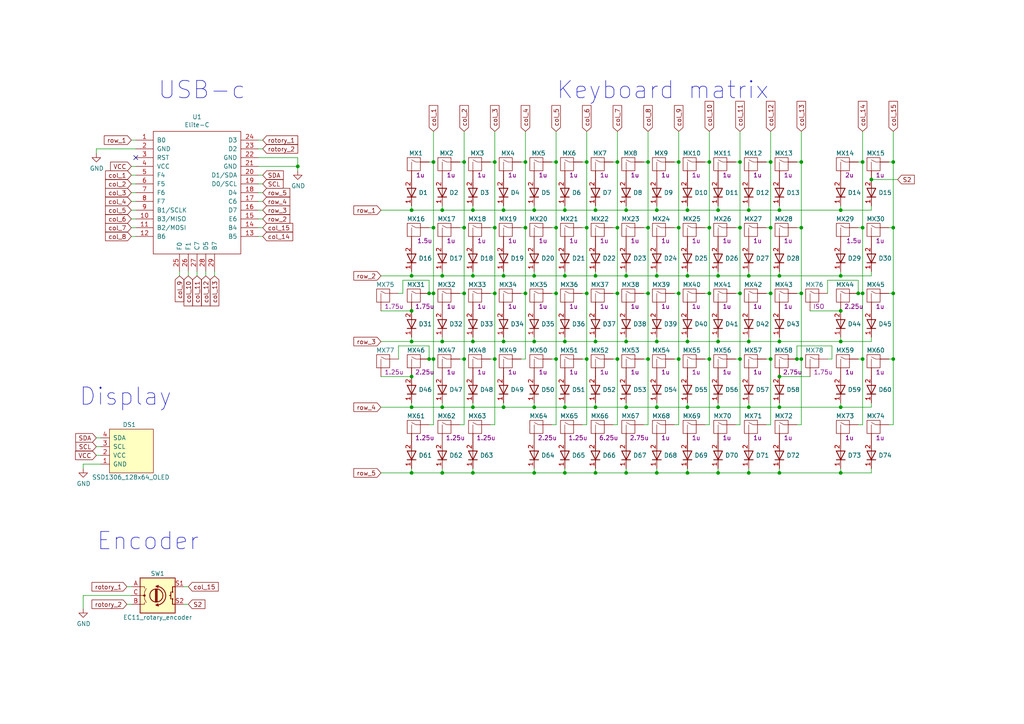
<source format=kicad_sch>
(kicad_sch (version 20211123) (generator eeschema)
  (paper "A4")
  (title_block (title "GanJing 65 rev 2 hotswap") (date "2021-11-19") (rev "2") (company "Mingze Jin"))
  (junction (at 172.72 118.11))
  (junction (at 128.27 80.01))
  (junction (at 146.05 80.01))
  (junction (at 154.94 99.06))
  (junction (at 217.17 118.11))
  (junction (at 119.38 118.11))
  (junction (at 179.07 104.14))
  (junction (at 119.38 60.96))
  (junction (at 226.06 60.96))
  (junction (at 143.51 66.04))
  (junction (at 146.05 99.06))
  (junction (at 134.62 46.99))
  (junction (at 190.5 60.96))
  (junction (at 208.28 80.01))
  (junction (at 152.4 66.04))
  (junction (at 137.16 99.06))
  (junction (at 223.52 66.04))
  (junction (at 119.38 137.16))
  (junction (at 217.17 99.06))
  (junction (at 250.19 104.14))
  (junction (at 199.39 60.96))
  (junction (at 154.94 80.01))
  (junction (at 196.85 85.09))
  (junction (at 137.16 80.01))
  (junction (at 179.07 46.99))
  (junction (at 181.61 60.96))
  (junction (at 250.19 46.99))
  (junction (at 196.85 46.99))
  (junction (at 205.74 46.99))
  (junction (at 161.29 66.04))
  (junction (at 154.94 137.16))
  (junction (at 259.08 46.99))
  (junction (at 181.61 118.11))
  (junction (at 223.52 46.99))
  (junction (at 243.84 60.96))
  (junction (at 143.51 104.14))
  (junction (at 243.84 118.11))
  (junction (at 226.06 109.22))
  (junction (at 161.29 85.09))
  (junction (at 170.18 104.14))
  (junction (at 259.08 104.14))
  (junction (at 252.73 52.07))
  (junction (at 231.14 104.14))
  (junction (at 119.38 109.22))
  (junction (at 146.05 60.96))
  (junction (at 181.61 137.16))
  (junction (at 124.46 85.09))
  (junction (at 172.72 137.16))
  (junction (at 243.84 80.01))
  (junction (at 187.96 46.99))
  (junction (at 217.17 60.96))
  (junction (at 134.62 104.14))
  (junction (at 223.52 85.09))
  (junction (at 190.5 80.01))
  (junction (at 172.72 80.01))
  (junction (at 181.61 80.01))
  (junction (at 232.41 66.04))
  (junction (at 187.96 85.09))
  (junction (at 196.85 104.14))
  (junction (at 128.27 60.96))
  (junction (at 226.06 137.16))
  (junction (at 170.18 66.04))
  (junction (at 214.63 46.99))
  (junction (at 205.74 104.14))
  (junction (at 214.63 66.04))
  (junction (at 232.41 85.09))
  (junction (at 199.39 80.01))
  (junction (at 205.74 66.04))
  (junction (at 143.51 46.99))
  (junction (at 187.96 66.04))
  (junction (at 250.19 85.09))
  (junction (at 161.29 104.14))
  (junction (at 199.39 99.06))
  (junction (at 226.06 80.01))
  (junction (at 172.72 60.96))
  (junction (at 172.72 99.06))
  (junction (at 181.61 99.06))
  (junction (at 125.73 104.14))
  (junction (at 137.16 60.96))
  (junction (at 214.63 85.09))
  (junction (at 119.38 80.01))
  (junction (at 208.28 118.11))
  (junction (at 208.28 60.96))
  (junction (at 190.5 137.16))
  (junction (at 170.18 46.99))
  (junction (at 199.39 118.11))
  (junction (at 217.17 137.16))
  (junction (at 163.83 60.96))
  (junction (at 125.73 66.04))
  (junction (at 163.83 80.01))
  (junction (at 125.73 46.99))
  (junction (at 134.62 85.09))
  (junction (at 243.84 90.17))
  (junction (at 86.36 48.26))
  (junction (at 119.38 90.17))
  (junction (at 125.73 85.09))
  (junction (at 163.83 137.16))
  (junction (at 232.41 46.99))
  (junction (at 179.07 85.09))
  (junction (at 161.29 46.99))
  (junction (at 134.62 66.04))
  (junction (at 243.84 137.16))
  (junction (at 205.74 85.09))
  (junction (at 137.16 137.16))
  (junction (at 259.08 85.09))
  (junction (at 250.19 66.04))
  (junction (at 232.41 104.14))
  (junction (at 154.94 118.11))
  (junction (at 128.27 118.11))
  (junction (at 154.94 60.96))
  (junction (at 259.08 66.04))
  (junction (at 146.05 118.11))
  (junction (at 128.27 99.06))
  (junction (at 179.07 66.04))
  (junction (at 196.85 66.04))
  (junction (at 119.38 99.06))
  (junction (at 187.96 104.14))
  (junction (at 190.5 118.11))
  (junction (at 226.06 118.11))
  (junction (at 170.18 85.09))
  (junction (at 124.46 104.14))
  (junction (at 208.28 99.06))
  (junction (at 243.84 99.06))
  (junction (at 226.06 99.06))
  (junction (at 208.28 137.16))
  (junction (at 163.83 99.06))
  (junction (at 163.83 118.11))
  (junction (at 152.4 46.99))
  (junction (at 128.27 137.16))
  (junction (at 143.51 85.09))
  (junction (at 152.4 85.09))
  (junction (at 248.92 85.09))
  (junction (at 223.52 104.14))
  (junction (at 199.39 137.16))
  (junction (at 190.5 99.06))
  (junction (at 217.17 80.01))
  (junction (at 214.63 104.14))
  (junction (at 137.16 118.11))
  (no_connect (at 39.37 45.72))
  (wire (pts (xy 152.4 38.1) (xy 152.4 46.99)))
  (wire (pts (xy 217.17 80.01) (xy 208.28 80.01)))
  (wire (pts (xy 160.02 85.09) (xy 161.29 85.09)))
  (wire (pts (xy 54.61 175.26) (xy 53.34 175.26)))
  (wire (pts (xy 243.84 60.96) (xy 243.84 59.69)))
  (wire (pts (xy 146.05 80.01) (xy 137.16 80.01)))
  (wire (pts (xy 142.24 85.09) (xy 143.51 85.09)))
  (wire (pts (xy 226.06 118.11) (xy 243.84 118.11)))
  (wire (pts (xy 213.36 66.04) (xy 214.63 66.04)))
  (wire (pts (xy 119.38 80.01) (xy 110.49 80.01)))
  (wire (pts (xy 154.94 97.79) (xy 154.94 99.06)))
  (wire (pts (xy 199.39 116.84) (xy 199.39 118.11)))
  (wire (pts (xy 181.61 78.74) (xy 181.61 80.01)))
  (wire (pts (xy 234.95 90.17) (xy 243.84 90.17)))
  (wire (pts (xy 119.38 60.96) (xy 128.27 60.96)))
  (wire (pts (xy 208.28 60.96) (xy 217.17 60.96)))
  (wire (pts (xy 257.81 123.19) (xy 259.08 123.19)))
  (wire (pts (xy 27.94 43.18) (xy 39.37 43.18)))
  (wire (pts (xy 119.38 99.06) (xy 119.38 97.79)))
  (wire (pts (xy 186.69 85.09) (xy 187.96 85.09)))
  (wire (pts (xy 124.46 85.09) (xy 124.46 81.28)))
  (wire (pts (xy 243.84 78.74) (xy 243.84 80.01)))
  (wire (pts (xy 115.57 104.14) (xy 115.57 100.33)))
  (wire (pts (xy 154.94 59.69) (xy 154.94 60.96)))
  (wire (pts (xy 137.16 137.16) (xy 154.94 137.16)))
  (wire (pts (xy 38.1 50.8) (xy 39.37 50.8)))
  (wire (pts (xy 170.18 38.1) (xy 170.18 46.99)))
  (wire (pts (xy 160.02 123.19) (xy 161.29 123.19)))
  (wire (pts (xy 217.17 118.11) (xy 226.06 118.11)))
  (wire (pts (xy 170.18 85.09) (xy 170.18 104.14)))
  (wire (pts (xy 179.07 104.14) (xy 179.07 85.09)))
  (wire (pts (xy 223.52 66.04) (xy 223.52 46.99)))
  (wire (pts (xy 208.28 80.01) (xy 199.39 80.01)))
  (wire (pts (xy 250.19 46.99) (xy 248.92 46.99)))
  (wire (pts (xy 128.27 59.69) (xy 128.27 60.96)))
  (wire (pts (xy 38.1 48.26) (xy 39.37 48.26)))
  (wire (pts (xy 177.8 66.04) (xy 179.07 66.04)))
  (wire (pts (xy 190.5 97.79) (xy 190.5 99.06)))
  (wire (pts (xy 250.19 85.09) (xy 248.92 85.09)))
  (wire (pts (xy 163.83 118.11) (xy 154.94 118.11)))
  (wire (pts (xy 259.08 85.09) (xy 257.81 85.09)))
  (wire (pts (xy 181.61 137.16) (xy 190.5 137.16)))
  (wire (pts (xy 259.08 104.14) (xy 259.08 85.09)))
  (wire (pts (xy 86.36 48.26) (xy 86.36 49.53)))
  (wire (pts (xy 170.18 46.99) (xy 170.18 66.04)))
  (wire (pts (xy 38.1 60.96) (xy 39.37 60.96)))
  (wire (pts (xy 190.5 118.11) (xy 181.61 118.11)))
  (wire (pts (xy 243.84 118.11) (xy 252.73 118.11)))
  (wire (pts (xy 172.72 99.06) (xy 163.83 99.06)))
  (wire (pts (xy 187.96 38.1) (xy 187.96 46.99)))
  (wire (pts (xy 226.06 135.89) (xy 226.06 137.16)))
  (wire (pts (xy 214.63 104.14) (xy 214.63 85.09)))
  (wire (pts (xy 54.61 170.18) (xy 53.34 170.18)))
  (wire (pts (xy 226.06 97.79) (xy 226.06 99.06)))
  (wire (pts (xy 222.25 85.09) (xy 223.52 85.09)))
  (wire (pts (xy 181.61 118.11) (xy 172.72 118.11)))
  (wire (pts (xy 142.24 46.99) (xy 143.51 46.99)))
  (wire (pts (xy 172.72 137.16) (xy 172.72 135.89)))
  (wire (pts (xy 163.83 80.01) (xy 154.94 80.01)))
  (wire (pts (xy 259.08 66.04) (xy 259.08 85.09)))
  (wire (pts (xy 248.92 66.04) (xy 250.19 66.04)))
  (wire (pts (xy 179.07 85.09) (xy 179.07 66.04)))
  (wire (pts (xy 205.74 38.1) (xy 205.74 46.99)))
  (wire (pts (xy 205.74 66.04) (xy 205.74 46.99)))
  (wire (pts (xy 119.38 118.11) (xy 119.38 116.84)))
  (wire (pts (xy 190.5 99.06) (xy 181.61 99.06)))
  (wire (pts (xy 213.36 85.09) (xy 214.63 85.09)))
  (wire (pts (xy 196.85 66.04) (xy 196.85 46.99)))
  (wire (pts (xy 133.35 66.04) (xy 134.62 66.04)))
  (wire (pts (xy 240.03 104.14) (xy 241.3 104.14)))
  (wire (pts (xy 217.17 135.89) (xy 217.17 137.16)))
  (wire (pts (xy 214.63 85.09) (xy 214.63 66.04)))
  (wire (pts (xy 38.1 55.88) (xy 39.37 55.88)))
  (wire (pts (xy 160.02 66.04) (xy 161.29 66.04)))
  (wire (pts (xy 74.93 43.18) (xy 76.2 43.18)))
  (wire (pts (xy 208.28 137.16) (xy 217.17 137.16)))
  (wire (pts (xy 128.27 80.01) (xy 128.27 78.74)))
  (wire (pts (xy 146.05 60.96) (xy 154.94 60.96)))
  (wire (pts (xy 36.83 170.18) (xy 38.1 170.18)))
  (wire (pts (xy 76.2 60.96) (xy 74.93 60.96)))
  (wire (pts (xy 76.2 58.42) (xy 74.93 58.42)))
  (wire (pts (xy 76.2 66.04) (xy 74.93 66.04)))
  (wire (pts (xy 217.17 78.74) (xy 217.17 80.01)))
  (wire (pts (xy 116.84 81.28) (xy 116.84 85.09)))
  (wire (pts (xy 125.73 38.1) (xy 125.73 46.99)))
  (wire (pts (xy 252.73 78.74) (xy 252.73 80.01)))
  (wire (pts (xy 161.29 66.04) (xy 161.29 85.09)))
  (wire (pts (xy 204.47 85.09) (xy 205.74 85.09)))
  (wire (pts (xy 199.39 99.06) (xy 190.5 99.06)))
  (wire (pts (xy 128.27 137.16) (xy 137.16 137.16)))
  (wire (pts (xy 252.73 135.89) (xy 252.73 137.16)))
  (wire (pts (xy 152.4 104.14) (xy 151.13 104.14)))
  (wire (pts (xy 243.84 135.89) (xy 243.84 137.16)))
  (wire (pts (xy 74.93 53.34) (xy 76.2 53.34)))
  (wire (pts (xy 196.85 38.1) (xy 196.85 46.99)))
  (wire (pts (xy 250.19 66.04) (xy 250.19 46.99)))
  (wire (pts (xy 250.19 85.09) (xy 250.19 104.14)))
  (wire (pts (xy 181.61 59.69) (xy 181.61 60.96)))
  (wire (pts (xy 170.18 104.14) (xy 168.91 104.14)))
  (wire (pts (xy 190.5 135.89) (xy 190.5 137.16)))
  (wire (pts (xy 243.84 99.06) (xy 252.73 99.06)))
  (wire (pts (xy 163.83 97.79) (xy 163.83 99.06)))
  (wire (pts (xy 137.16 99.06) (xy 128.27 99.06)))
  (wire (pts (xy 222.25 46.99) (xy 223.52 46.99)))
  (wire (pts (xy 205.74 104.14) (xy 205.74 85.09)))
  (wire (pts (xy 161.29 104.14) (xy 160.02 104.14)))
  (wire (pts (xy 226.06 60.96) (xy 226.06 59.69)))
  (wire (pts (xy 240.03 85.09) (xy 240.03 81.28)))
  (wire (pts (xy 134.62 38.1) (xy 134.62 46.99)))
  (wire (pts (xy 115.57 100.33) (xy 124.46 100.33)))
  (wire (pts (xy 124.46 81.28) (xy 116.84 81.28)))
  (wire (pts (xy 231.14 123.19) (xy 232.41 123.19)))
  (wire (pts (xy 232.41 66.04) (xy 232.41 46.99)))
  (wire (pts (xy 24.13 172.72) (xy 38.1 172.72)))
  (wire (pts (xy 208.28 78.74) (xy 208.28 80.01)))
  (wire (pts (xy 154.94 116.84) (xy 154.94 118.11)))
  (wire (pts (xy 134.62 104.14) (xy 134.62 123.19)))
  (wire (pts (xy 241.3 100.33) (xy 231.14 100.33)))
  (wire (pts (xy 163.83 116.84) (xy 163.83 118.11)))
  (wire (pts (xy 181.61 99.06) (xy 172.72 99.06)))
  (wire (pts (xy 214.63 123.19) (xy 214.63 104.14)))
  (wire (pts (xy 119.38 137.16) (xy 110.49 137.16)))
  (wire (pts (xy 38.1 53.34) (xy 39.37 53.34)))
  (wire (pts (xy 29.21 132.08) (xy 27.94 132.08)))
  (wire (pts (xy 133.35 85.09) (xy 134.62 85.09)))
  (wire (pts (xy 257.81 66.04) (xy 259.08 66.04)))
  (wire (pts (xy 38.1 68.58) (xy 39.37 68.58)))
  (wire (pts (xy 208.28 99.06) (xy 199.39 99.06)))
  (wire (pts (xy 250.19 104.14) (xy 250.19 123.19)))
  (wire (pts (xy 172.72 137.16) (xy 181.61 137.16)))
  (wire (pts (xy 226.06 116.84) (xy 226.06 118.11)))
  (wire (pts (xy 243.84 80.01) (xy 226.06 80.01)))
  (wire (pts (xy 154.94 135.89) (xy 154.94 137.16)))
  (wire (pts (xy 86.36 45.72) (xy 86.36 48.26)))
  (wire (pts (xy 217.17 60.96) (xy 226.06 60.96)))
  (wire (pts (xy 119.38 137.16) (xy 128.27 137.16)))
  (wire (pts (xy 232.41 38.1) (xy 232.41 46.99)))
  (wire (pts (xy 243.84 116.84) (xy 243.84 118.11)))
  (wire (pts (xy 223.52 85.09) (xy 223.52 66.04)))
  (wire (pts (xy 128.27 116.84) (xy 128.27 118.11)))
  (wire (pts (xy 190.5 60.96) (xy 199.39 60.96)))
  (wire (pts (xy 172.72 60.96) (xy 181.61 60.96)))
  (wire (pts (xy 195.58 46.99) (xy 196.85 46.99)))
  (wire (pts (xy 134.62 85.09) (xy 134.62 104.14)))
  (wire (pts (xy 154.94 60.96) (xy 163.83 60.96)))
  (wire (pts (xy 195.58 66.04) (xy 196.85 66.04)))
  (wire (pts (xy 137.16 116.84) (xy 137.16 118.11)))
  (wire (pts (xy 252.73 59.69) (xy 252.73 60.96)))
  (wire (pts (xy 259.08 38.1) (xy 259.08 46.99)))
  (wire (pts (xy 137.16 135.89) (xy 137.16 137.16)))
  (wire (pts (xy 134.62 46.99) (xy 134.62 66.04)))
  (wire (pts (xy 199.39 135.89) (xy 199.39 137.16)))
  (wire (pts (xy 208.28 135.89) (xy 208.28 137.16)))
  (wire (pts (xy 257.81 46.99) (xy 259.08 46.99)))
  (wire (pts (xy 38.1 63.5) (xy 39.37 63.5)))
  (wire (pts (xy 190.5 80.01) (xy 181.61 80.01)))
  (wire (pts (xy 142.24 104.14) (xy 143.51 104.14)))
  (wire (pts (xy 232.41 66.04) (xy 232.41 85.09)))
  (wire (pts (xy 195.58 104.14) (xy 196.85 104.14)))
  (wire (pts (xy 62.23 80.01) (xy 62.23 78.74)))
  (wire (pts (xy 248.92 81.28) (xy 248.92 85.09)))
  (wire (pts (xy 223.52 38.1) (xy 223.52 46.99)))
  (wire (pts (xy 59.69 80.01) (xy 59.69 78.74)))
  (wire (pts (xy 38.1 175.26) (xy 36.83 175.26)))
  (wire (pts (xy 24.13 135.89) (xy 24.13 134.62)))
  (wire (pts (xy 213.36 123.19) (xy 214.63 123.19)))
  (wire (pts (xy 128.27 135.89) (xy 128.27 137.16)))
  (wire (pts (xy 217.17 99.06) (xy 226.06 99.06)))
  (wire (pts (xy 243.84 137.16) (xy 252.73 137.16)))
  (wire (pts (xy 76.2 55.88) (xy 74.93 55.88)))
  (wire (pts (xy 179.07 46.99) (xy 177.8 46.99)))
  (wire (pts (xy 168.91 123.19) (xy 170.18 123.19)))
  (wire (pts (xy 172.72 97.79) (xy 172.72 99.06)))
  (wire (pts (xy 143.51 123.19) (xy 142.24 123.19)))
  (wire (pts (xy 154.94 118.11) (xy 146.05 118.11)))
  (wire (pts (xy 168.91 46.99) (xy 170.18 46.99)))
  (wire (pts (xy 181.61 97.79) (xy 181.61 99.06)))
  (wire (pts (xy 199.39 137.16) (xy 208.28 137.16)))
  (wire (pts (xy 38.1 66.04) (xy 39.37 66.04)))
  (wire (pts (xy 186.69 123.19) (xy 187.96 123.19)))
  (wire (pts (xy 76.2 50.8) (xy 74.93 50.8)))
  (wire (pts (xy 163.83 59.69) (xy 163.83 60.96)))
  (wire (pts (xy 217.17 137.16) (xy 226.06 137.16)))
  (wire (pts (xy 163.83 60.96) (xy 172.72 60.96)))
  (wire (pts (xy 250.19 85.09) (xy 250.19 66.04)))
  (wire (pts (xy 187.96 104.14) (xy 187.96 123.19)))
  (wire (pts (xy 172.72 59.69) (xy 172.72 60.96)))
  (wire (pts (xy 226.06 109.22) (xy 234.95 109.22)))
  (wire (pts (xy 133.35 46.99) (xy 134.62 46.99)))
  (wire (pts (xy 128.27 99.06) (xy 119.38 99.06)))
  (wire (pts (xy 199.39 118.11) (xy 190.5 118.11)))
  (wire (pts (xy 217.17 118.11) (xy 208.28 118.11)))
  (wire (pts (xy 119.38 60.96) (xy 119.38 59.69)))
  (wire (pts (xy 161.29 104.14) (xy 161.29 123.19)))
  (wire (pts (xy 137.16 80.01) (xy 128.27 80.01)))
  (wire (pts (xy 143.51 104.14) (xy 143.51 123.19)))
  (wire (pts (xy 199.39 59.69) (xy 199.39 60.96)))
  (wire (pts (xy 199.39 97.79) (xy 199.39 99.06)))
  (wire (pts (xy 110.49 90.17) (xy 119.38 90.17)))
  (wire (pts (xy 177.8 85.09) (xy 179.07 85.09)))
  (wire (pts (xy 119.38 118.11) (xy 128.27 118.11)))
  (wire (pts (xy 152.4 85.09) (xy 151.13 85.09)))
  (wire (pts (xy 187.96 66.04) (xy 186.69 66.04)))
  (wire (pts (xy 143.51 85.09) (xy 143.51 104.14)))
  (wire (pts (xy 213.36 104.14) (xy 214.63 104.14)))
  (wire (pts (xy 243.84 97.79) (xy 243.84 99.06)))
  (wire (pts (xy 199.39 80.01) (xy 190.5 80.01)))
  (wire (pts (xy 181.61 116.84) (xy 181.61 118.11)))
  (wire (pts (xy 248.92 123.19) (xy 250.19 123.19)))
  (wire (pts (xy 146.05 118.11) (xy 137.16 118.11)))
  (wire (pts (xy 205.74 123.19) (xy 205.74 104.14)))
  (wire (pts (xy 231.14 104.14) (xy 232.41 104.14)))
  (wire (pts (xy 163.83 135.89) (xy 163.83 137.16)))
  (wire (pts (xy 152.4 66.04) (xy 152.4 85.09)))
  (wire (pts (xy 52.07 80.01) (xy 52.07 78.74)))
  (wire (pts (xy 222.25 66.04) (xy 223.52 66.04)))
  (wire (pts (xy 142.24 66.04) (xy 143.51 66.04)))
  (wire (pts (xy 217.17 59.69) (xy 217.17 60.96)))
  (wire (pts (xy 181.61 80.01) (xy 172.72 80.01)))
  (wire (pts (xy 168.91 66.04) (xy 170.18 66.04)))
  (wire (pts (xy 154.94 137.16) (xy 163.83 137.16)))
  (wire (pts (xy 124.46 123.19) (xy 125.73 123.19)))
  (wire (pts (xy 208.28 97.79) (xy 208.28 99.06)))
  (wire (pts (xy 38.1 40.64) (xy 39.37 40.64)))
  (wire (pts (xy 74.93 48.26) (xy 86.36 48.26)))
  (wire (pts (xy 119.38 60.96) (xy 110.49 60.96)))
  (wire (pts (xy 119.38 99.06) (xy 110.49 99.06)))
  (wire (pts (xy 214.63 38.1) (xy 214.63 46.99)))
  (wire (pts (xy 190.5 116.84) (xy 190.5 118.11)))
  (wire (pts (xy 119.38 118.11) (xy 110.49 118.11)))
  (wire (pts (xy 226.06 78.74) (xy 226.06 80.01)))
  (wire (pts (xy 187.96 46.99) (xy 187.96 66.04)))
  (wire (pts (xy 217.17 116.84) (xy 217.17 118.11)))
  (wire (pts (xy 179.07 66.04) (xy 179.07 46.99)))
  (wire (pts (xy 163.83 137.16) (xy 172.72 137.16)))
  (wire (pts (xy 204.47 123.19) (xy 205.74 123.19)))
  (wire (pts (xy 231.14 85.09) (xy 232.41 85.09)))
  (wire (pts (xy 137.16 97.79) (xy 137.16 99.06)))
  (wire (pts (xy 214.63 66.04) (xy 214.63 46.99)))
  (wire (pts (xy 222.25 123.19) (xy 223.52 123.19)))
  (wire (pts (xy 146.05 99.06) (xy 137.16 99.06)))
  (wire (pts (xy 241.3 104.14) (xy 241.3 100.33)))
  (wire (pts (xy 250.19 38.1) (xy 250.19 46.99)))
  (wire (pts (xy 195.58 123.19) (xy 196.85 123.19)))
  (wire (pts (xy 24.13 172.72) (xy 24.13 176.53)))
  (wire (pts (xy 57.15 80.01) (xy 57.15 78.74)))
  (wire (pts (xy 172.72 118.11) (xy 163.83 118.11)))
  (wire (pts (xy 125.73 85.09) (xy 125.73 66.04)))
  (wire (pts (xy 125.73 123.19) (xy 125.73 104.14)))
  (wire (pts (xy 76.2 40.64) (xy 74.93 40.64)))
  (wire (pts (xy 137.16 78.74) (xy 137.16 80.01)))
  (wire (pts (xy 204.47 66.04) (xy 205.74 66.04)))
  (wire (pts (xy 152.4 46.99) (xy 152.4 66.04)))
  (wire (pts (xy 190.5 137.16) (xy 199.39 137.16)))
  (wire (pts (xy 160.02 46.99) (xy 161.29 46.99)))
  (wire (pts (xy 134.62 123.19) (xy 133.35 123.19)))
  (wire (pts (xy 134.62 66.04) (xy 134.62 85.09)))
  (wire (pts (xy 151.13 46.99) (xy 152.4 46.99)))
  (wire (pts (xy 137.16 59.69) (xy 137.16 60.96)))
  (wire (pts (xy 231.14 46.99) (xy 232.41 46.99)))
  (wire (pts (xy 196.85 85.09) (xy 196.85 66.04)))
  (wire (pts (xy 257.81 104.14) (xy 259.08 104.14)))
  (wire (pts (xy 128.27 99.06) (xy 128.27 97.79)))
  (wire (pts (xy 196.85 85.09) (xy 195.58 85.09)))
  (wire (pts (xy 154.94 80.01) (xy 146.05 80.01)))
  (wire (pts (xy 146.05 97.79) (xy 146.05 99.06)))
  (wire (pts (xy 205.74 85.09) (xy 205.74 66.04)))
  (wire (pts (xy 252.73 99.06) (xy 252.73 97.79)))
  (wire (pts (xy 146.05 59.69) (xy 146.05 60.96)))
  (wire (pts (xy 163.83 78.74) (xy 163.83 80.01)))
  (wire (pts (xy 179.07 38.1) (xy 179.07 46.99)))
  (wire (pts (xy 181.61 135.89) (xy 181.61 137.16)))
  (wire (pts (xy 128.27 118.11) (xy 137.16 118.11)))
  (wire (pts (xy 208.28 59.69) (xy 208.28 60.96)))
  (wire (pts (xy 170.18 66.04) (xy 170.18 85.09)))
  (wire (pts (xy 259.08 123.19) (xy 259.08 104.14)))
  (wire (pts (xy 116.84 85.09) (xy 115.57 85.09)))
  (wire (pts (xy 214.63 46.99) (xy 213.36 46.99)))
  (wire (pts (xy 217.17 97.79) (xy 217.17 99.06)))
  (wire (pts (xy 161.29 38.1) (xy 161.29 46.99)))
  (wire (pts (xy 133.35 104.14) (xy 134.62 104.14)))
  (wire (pts (xy 146.05 116.84) (xy 146.05 118.11)))
  (wire (pts (xy 252.73 60.96) (xy 243.84 60.96)))
  (wire (pts (xy 161.29 85.09) (xy 161.29 104.14)))
  (wire (pts (xy 199.39 60.96) (xy 208.28 60.96)))
  (wire (pts (xy 168.91 85.09) (xy 170.18 85.09)))
  (wire (pts (xy 208.28 118.11) (xy 199.39 118.11)))
  (wire (pts (xy 204.47 46.99) (xy 205.74 46.99)))
  (wire (pts (xy 232.41 123.19) (xy 232.41 104.14)))
  (wire (pts (xy 154.94 99.06) (xy 146.05 99.06)))
  (wire (pts (xy 74.93 45.72) (xy 86.36 45.72)))
  (wire (pts (xy 24.13 134.62) (xy 29.21 134.62)))
  (wire (pts (xy 199.39 78.74) (xy 199.39 80.01)))
  (wire (pts (xy 226.06 99.06) (xy 243.84 99.06)))
  (wire (pts (xy 204.47 104.14) (xy 205.74 104.14)))
  (wire (pts (xy 124.46 100.33) (xy 124.46 104.14)))
  (wire (pts (xy 248.92 104.14) (xy 250.19 104.14)))
  (wire (pts (xy 154.94 78.74) (xy 154.94 80.01)))
  (wire (pts (xy 223.52 104.14) (xy 223.52 85.09)))
  (wire (pts (xy 54.61 80.01) (xy 54.61 78.74)))
  (wire (pts (xy 143.51 66.04) (xy 143.51 85.09)))
  (wire (pts (xy 125.73 104.14) (xy 125.73 85.09)))
  (wire (pts (xy 252.73 52.07) (xy 260.35 52.07)))
  (wire (pts (xy 161.29 46.99) (xy 161.29 66.04)))
  (wire (pts (xy 196.85 123.19) (xy 196.85 104.14)))
  (wire (pts (xy 226.06 60.96) (xy 243.84 60.96)))
  (wire (pts (xy 143.51 38.1) (xy 143.51 46.99)))
  (wire (pts (xy 124.46 104.14) (xy 125.73 104.14)))
  (wire (pts (xy 76.2 68.58) (xy 74.93 68.58)))
  (wire (pts (xy 170.18 104.14) (xy 170.18 123.19)))
  (wire (pts (xy 125.73 66.04) (xy 125.73 46.99)))
  (wire (pts (xy 196.85 104.14) (xy 196.85 85.09)))
  (wire (pts (xy 223.52 123.19) (xy 223.52 104.14)))
  (wire (pts (xy 231.14 100.33) (xy 231.14 104.14)))
  (wire (pts (xy 222.25 104.14) (xy 223.52 104.14)))
  (wire (pts (xy 146.05 78.74) (xy 146.05 80.01)))
  (wire (pts (xy 137.16 60.96) (xy 146.05 60.96)))
  (wire (pts (xy 163.83 99.06) (xy 154.94 99.06)))
  (wire (pts (xy 187.96 85.09) (xy 187.96 104.14)))
  (wire (pts (xy 128.27 60.96) (xy 137.16 60.96)))
  (wire (pts (xy 143.51 46.99) (xy 143.51 66.04)))
  (wire (pts (xy 179.07 123.19) (xy 179.07 104.14)))
  (wire (pts (xy 124.46 66.04) (xy 125.73 66.04)))
  (wire (pts (xy 226.06 137.16) (xy 243.84 137.16)))
  (wire (pts (xy 124.46 85.09) (xy 125.73 85.09)))
  (wire (pts (xy 128.27 80.01) (xy 119.38 80.01)))
  (wire (pts (xy 27.94 43.18) (xy 27.94 44.45)))
  (wire (pts (xy 252.73 116.84) (xy 252.73 118.11)))
  (wire (pts (xy 190.5 78.74) (xy 190.5 80.01)))
  (wire (pts (xy 208.28 116.84) (xy 208.28 118.11)))
  (wire (pts (xy 124.46 46.99) (xy 125.73 46.99)))
  (wire (pts (xy 190.5 59.69) (xy 190.5 60.96)))
  (wire (pts (xy 110.49 109.22) (xy 119.38 109.22)))
  (wire (pts (xy 186.69 104.14) (xy 187.96 104.14)))
  (wire (pts (xy 29.21 127) (xy 27.94 127)))
  (wire (pts (xy 252.73 80.01) (xy 243.84 80.01)))
  (wire (pts (xy 259.08 46.99) (xy 259.08 66.04)))
  (wire (pts (xy 187.96 66.04) (xy 187.96 85.09)))
  (wire (pts (xy 38.1 58.42) (xy 39.37 58.42)))
  (wire (pts (xy 232.41 85.09) (xy 232.41 104.14)))
  (wire (pts (xy 179.07 123.19) (xy 177.8 123.19)))
  (wire (pts (xy 181.61 60.96) (xy 190.5 60.96)))
  (wire (pts (xy 187.96 46.99) (xy 186.69 46.99)))
  (wire (pts (xy 172.72 80.01) (xy 163.83 80.01)))
  (wire (pts (xy 119.38 80.01) (xy 119.38 78.74)))
  (wire (pts (xy 27.94 129.54) (xy 29.21 129.54)))
  (wire (pts (xy 172.72 78.74) (xy 172.72 80.01)))
  (wire (pts (xy 240.03 81.28) (xy 248.92 81.28)))
  (wire (pts (xy 226.06 80.01) (xy 217.17 80.01)))
  (wire (pts (xy 76.2 63.5) (xy 74.93 63.5)))
  (wire (pts (xy 172.72 116.84) (xy 172.72 118.11)))
  (wire (pts (xy 152.4 66.04) (xy 151.13 66.04)))
  (wire (pts (xy 217.17 99.06) (xy 208.28 99.06)))
  (wire (pts (xy 152.4 85.09) (xy 152.4 104.14)))
  (wire (pts (xy 231.14 66.04) (xy 232.41 66.04)))
  (wire (pts (xy 119.38 135.89) (xy 119.38 137.16)))
  (wire (pts (xy 177.8 104.14) (xy 179.07 104.14)))
  (text "Encoder" (at 27.94 160.02 0) (effects (font (size 5.0038 5.0038)) (justify left bottom)))
  (text "Keyboard matrix" (at 161.29 29.21 0) (effects (font (size 5.0038 5.0038)) (justify left bottom)))
  (text "USB-c" (at 45.72 29.21 0) (effects (font (size 5.0038 5.0038)) (justify left bottom)))
  (text "Display" (at 22.86 118.11 0) (effects (font (size 5.0038 5.0038)) (justify left bottom)))
  (global_label "col_10" (shape input) (at 54.61 80.01 270) (property "Intersheet References" "${INTERSHEET_REFS}" (effects hide)))
  (global_label "col_2" (shape input) (at 38.1 53.34 180) (property "Intersheet References" "${INTERSHEET_REFS}" (effects hide)))
  (global_label "col_1" (shape input) (at 38.1 50.8 180) (property "Intersheet References" "${INTERSHEET_REFS}" (effects hide)))
  (global_label "col_4" (shape input) (at 152.4 38.1 90) (property "Intersheet References" "${INTERSHEET_REFS}" (effects hide)))
  (global_label "row_5" (shape input) (at 76.2 55.88 0) (property "Intersheet References" "${INTERSHEET_REFS}" (effects hide)))
  (global_label "col_6" (shape input) (at 170.18 38.1 90) (property "Intersheet References" "${INTERSHEET_REFS}" (effects hide)))
  (global_label "col_9" (shape input) (at 196.85 38.1 90) (property "Intersheet References" "${INTERSHEET_REFS}" (effects hide)))
  (global_label "col_14" (shape input) (at 250.19 38.1 90) (property "Intersheet References" "${INTERSHEET_REFS}" (effects hide)))
  (global_label "col_15" (shape input) (at 76.2 66.04 0) (property "Intersheet References" "${INTERSHEET_REFS}" (effects hide)))
  (global_label "col_5" (shape input) (at 161.29 38.1 90) (property "Intersheet References" "${INTERSHEET_REFS}" (effects hide)))
  (global_label "rotory_2" (shape input) (at 36.83 175.26 180) (property "Intersheet References" "${INTERSHEET_REFS}" (effects hide)))
  (global_label "SDA" (shape input) (at 27.94 127 180) (property "Intersheet References" "${INTERSHEET_REFS}" (effects hide)))
  (global_label "S2" (shape input) (at 54.61 175.26 0) (property "Intersheet References" "${INTERSHEET_REFS}" (effects hide)))
  (global_label "col_6" (shape input) (at 38.1 63.5 180) (property "Intersheet References" "${INTERSHEET_REFS}" (effects hide)))
  (global_label "row_5" (shape input) (at 110.49 137.16 180) (property "Intersheet References" "${INTERSHEET_REFS}" (effects hide)))
  (global_label "col_5" (shape input) (at 38.1 60.96 180) (property "Intersheet References" "${INTERSHEET_REFS}" (effects hide)))
  (global_label "col_13" (shape input) (at 232.41 38.1 90) (property "Intersheet References" "${INTERSHEET_REFS}" (effects hide)))
  (global_label "col_8" (shape input) (at 187.96 38.1 90) (property "Intersheet References" "${INTERSHEET_REFS}" (effects hide)))
  (global_label "row_3" (shape input) (at 110.49 99.06 180) (property "Intersheet References" "${INTERSHEET_REFS}" (effects hide)))
  (global_label "row_3" (shape input) (at 76.2 60.96 0) (property "Intersheet References" "${INTERSHEET_REFS}" (effects hide)))
  (global_label "col_1" (shape input) (at 125.73 38.1 90) (property "Intersheet References" "${INTERSHEET_REFS}" (effects hide)))
  (global_label "col_11" (shape input) (at 57.15 80.01 270) (property "Intersheet References" "${INTERSHEET_REFS}" (effects hide)))
  (global_label "col_2" (shape input) (at 134.62 38.1 90) (property "Intersheet References" "${INTERSHEET_REFS}" (effects hide)))
  (global_label "SCL" (shape input) (at 27.94 129.54 180) (property "Intersheet References" "${INTERSHEET_REFS}" (effects hide)))
  (global_label "SCL" (shape input) (at 76.2 53.34 0) (property "Intersheet References" "${INTERSHEET_REFS}" (effects hide)))
  (global_label "col_10" (shape input) (at 205.74 38.1 90) (property "Intersheet References" "${INTERSHEET_REFS}" (effects hide)))
  (global_label "col_11" (shape input) (at 214.63 38.1 90) (property "Intersheet References" "${INTERSHEET_REFS}" (effects hide)))
  (global_label "col_14" (shape input) (at 76.2 68.58 0) (property "Intersheet References" "${INTERSHEET_REFS}" (effects hide)))
  (global_label "row_1" (shape input) (at 110.49 60.96 180) (property "Intersheet References" "${INTERSHEET_REFS}" (effects hide)))
  (global_label "col_15" (shape input) (at 259.08 38.1 90) (property "Intersheet References" "${INTERSHEET_REFS}" (effects hide)))
  (global_label "col_9" (shape input) (at 52.07 80.01 270) (property "Intersheet References" "${INTERSHEET_REFS}" (effects hide)))
  (global_label "row_2" (shape input) (at 110.49 80.01 180) (property "Intersheet References" "${INTERSHEET_REFS}" (effects hide)))
  (global_label "col_15" (shape input) (at 54.61 170.18 0) (property "Intersheet References" "${INTERSHEET_REFS}" (effects hide)))
  (global_label "row_4" (shape input) (at 76.2 58.42 0) (property "Intersheet References" "${INTERSHEET_REFS}" (effects hide)))
  (global_label "SDA" (shape input) (at 76.2 50.8 0) (property "Intersheet References" "${INTERSHEET_REFS}" (effects hide)))
  (global_label "S2" (shape input) (at 260.35 52.07 0) (property "Intersheet References" "${INTERSHEET_REFS}" (effects hide)))
  (global_label "row_2" (shape input) (at 76.2 63.5 0) (property "Intersheet References" "${INTERSHEET_REFS}" (effects hide)))
  (global_label "row_1" (shape input) (at 38.1 40.64 180) (property "Intersheet References" "${INTERSHEET_REFS}" (effects hide)))
  (global_label "col_4" (shape input) (at 38.1 58.42 180) (property "Intersheet References" "${INTERSHEET_REFS}" (effects hide)))
  (global_label "col_3" (shape input) (at 38.1 55.88 180) (property "Intersheet References" "${INTERSHEET_REFS}" (effects hide)))
  (global_label "VCC" (shape input) (at 27.94 132.08 180) (property "Intersheet References" "${INTERSHEET_REFS}" (effects hide)))
  (global_label "rotory_1" (shape input) (at 36.83 170.18 180) (property "Intersheet References" "${INTERSHEET_REFS}" (effects hide)))
  (global_label "col_12" (shape input) (at 59.69 80.01 270) (property "Intersheet References" "${INTERSHEET_REFS}" (effects hide)))
  (global_label "col_12" (shape input) (at 223.52 38.1 90) (property "Intersheet References" "${INTERSHEET_REFS}" (effects hide)))
  (global_label "col_13" (shape input) (at 62.23 80.01 270) (property "Intersheet References" "${INTERSHEET_REFS}" (effects hide)))
  (global_label "rotory_1" (shape input) (at 76.2 40.64 0) (property "Intersheet References" "${INTERSHEET_REFS}" (effects hide)))
  (global_label "col_7" (shape input) (at 179.07 38.1 90) (property "Intersheet References" "${INTERSHEET_REFS}" (effects hide)))
  (global_label "row_4" (shape input) (at 110.49 118.11 180) (property "Intersheet References" "${INTERSHEET_REFS}" (effects hide)))
  (global_label "rotory_2" (shape input) (at 76.2 43.18 0) (property "Intersheet References" "${INTERSHEET_REFS}" (effects hide)))
  (global_label "col_3" (shape input) (at 143.51 38.1 90) (property "Intersheet References" "${INTERSHEET_REFS}" (effects hide)))
  (global_label "VCC" (shape input) (at 38.1 48.26 180) (property "Intersheet References" "${INTERSHEET_REFS}" (effects hide)))
  (global_label "col_8" (shape input) (at 38.1 68.58 180) (property "Intersheet References" "${INTERSHEET_REFS}" (effects hide)))
  (global_label "col_7" (shape input) (at 38.1 66.04 180) (property "Intersheet References" "${INTERSHEET_REFS}" (effects hide)))
  (symbol (lib_id "GanJing_components:MX_1u_no_LED") (at 119.38 46.99 0) (unit 1)
    (property "Reference" "MX1" (at 120.65 44.45 0))
    (property "Value" "MX_1u_no_LED" (effects hide))
    (property "Footprint" "GanJing_components:MX_1u_no_LED_hotswap_flipped_pins" (effects hide))
    (property "Datasheet" "https://datasheet.octopart.com/MX1A-11NW-Cherry-datasheet-34676.pdf" (effects hide))
    (property "Size" "1u" (at 121.92 50.8 0))
  )
  (symbol (lib_id "GanJing_components:MX_1u_no_LED") (at 128.27 46.99 0) (unit 1)
    (property "Reference" "MX2" (at 129.54 44.45 0))
    (property "Value" "MX_1u_no_LED" (effects hide))
    (property "Footprint" "GanJing_components:MX_1u_no_LED_hotswap_flipped_pins" (effects hide))
    (property "Datasheet" "https://datasheet.octopart.com/MX1A-11NW-Cherry-datasheet-34676.pdf" (effects hide))
    (property "Size" "1u" (at 130.81 50.8 0))
  )
  (symbol (lib_id "GanJing_components:MX_1u_no_LED") (at 137.16 46.99 0) (unit 1)
    (property "Reference" "MX3" (at 138.43 44.45 0))
    (property "Value" "MX_1u_no_LED" (effects hide))
    (property "Footprint" "GanJing_components:MX_1u_no_LED_hotswap_flipped_pins" (effects hide))
    (property "Datasheet" "https://datasheet.octopart.com/MX1A-11NW-Cherry-datasheet-34676.pdf" (effects hide))
    (property "Size" "1u" (at 139.7 50.8 0))
  )
  (symbol (lib_id "GanJing_components:MX_1u_no_LED") (at 146.05 46.99 0) (unit 1)
    (property "Reference" "MX4" (at 147.32 44.45 0))
    (property "Value" "MX_1u_no_LED" (effects hide))
    (property "Footprint" "GanJing_components:MX_1u_no_LED_hotswap_flipped_pins" (effects hide))
    (property "Datasheet" "https://datasheet.octopart.com/MX1A-11NW-Cherry-datasheet-34676.pdf" (effects hide))
    (property "Size" "1u" (at 148.59 50.8 0))
  )
  (symbol (lib_id "GanJing_components:MX_1u_no_LED") (at 154.94 46.99 0) (unit 1)
    (property "Reference" "MX5" (at 156.21 44.45 0))
    (property "Value" "MX_1u_no_LED" (effects hide))
    (property "Footprint" "GanJing_components:MX_1u_no_LED_hotswap_flipped_pins" (effects hide))
    (property "Datasheet" "https://datasheet.octopart.com/MX1A-11NW-Cherry-datasheet-34676.pdf" (effects hide))
    (property "Size" "1u" (at 157.48 50.8 0))
  )
  (symbol (lib_id "GanJing_components:MX_1u_no_LED") (at 163.83 46.99 0) (unit 1)
    (property "Reference" "MX6" (at 165.1 44.45 0))
    (property "Value" "MX_1u_no_LED" (effects hide))
    (property "Footprint" "GanJing_components:MX_1u_no_LED_hotswap_flipped_pins" (effects hide))
    (property "Datasheet" "https://datasheet.octopart.com/MX1A-11NW-Cherry-datasheet-34676.pdf" (effects hide))
    (property "Size" "1u" (at 166.37 50.8 0))
  )
  (symbol (lib_id "GanJing_components:MX_1u_no_LED") (at 172.72 46.99 0) (unit 1)
    (property "Reference" "MX7" (at 173.99 44.45 0))
    (property "Value" "MX_1u_no_LED" (effects hide))
    (property "Footprint" "GanJing_components:MX_1u_no_LED_hotswap_flipped_pins" (effects hide))
    (property "Datasheet" "https://datasheet.octopart.com/MX1A-11NW-Cherry-datasheet-34676.pdf" (effects hide))
    (property "Size" "1u" (at 175.26 50.8 0))
  )
  (symbol (lib_id "GanJing_components:MX_1u_no_LED") (at 181.61 46.99 0) (unit 1)
    (property "Reference" "MX8" (at 182.88 44.45 0))
    (property "Value" "MX_1u_no_LED" (effects hide))
    (property "Footprint" "GanJing_components:MX_1u_no_LED_hotswap_flipped_pins" (effects hide))
    (property "Datasheet" "https://datasheet.octopart.com/MX1A-11NW-Cherry-datasheet-34676.pdf" (effects hide))
    (property "Size" "1u" (at 184.15 50.8 0))
  )
  (symbol (lib_id "GanJing_components:MX_1u_no_LED") (at 190.5 46.99 0) (unit 1)
    (property "Reference" "MX9" (at 191.77 44.45 0))
    (property "Value" "MX_1u_no_LED" (effects hide))
    (property "Footprint" "GanJing_components:MX_1u_no_LED_hotswap_flipped_pins" (effects hide))
    (property "Datasheet" "https://datasheet.octopart.com/MX1A-11NW-Cherry-datasheet-34676.pdf" (effects hide))
    (property "Size" "1u" (at 193.04 50.8 0))
  )
  (symbol (lib_id "GanJing_components:MX_1u_no_LED") (at 199.39 46.99 0) (unit 1)
    (property "Reference" "MX10" (at 200.66 44.45 0))
    (property "Value" "MX_1u_no_LED" (effects hide))
    (property "Footprint" "GanJing_components:MX_1u_no_LED_hotswap_flipped_pins" (effects hide))
    (property "Datasheet" "https://datasheet.octopart.com/MX1A-11NW-Cherry-datasheet-34676.pdf" (effects hide))
    (property "Size" "1u" (at 201.93 50.8 0))
  )
  (symbol (lib_id "GanJing_components:MX_1u_no_LED") (at 208.28 46.99 0) (unit 1)
    (property "Reference" "MX11" (at 209.55 44.45 0))
    (property "Value" "MX_1u_no_LED" (effects hide))
    (property "Footprint" "GanJing_components:MX_1u_no_LED_hotswap_flipped_pins" (effects hide))
    (property "Datasheet" "https://datasheet.octopart.com/MX1A-11NW-Cherry-datasheet-34676.pdf" (effects hide))
    (property "Size" "1u" (at 210.82 50.8 0))
  )
  (symbol (lib_id "GanJing_components:MX_1u_no_LED") (at 217.17 46.99 0) (unit 1)
    (property "Reference" "MX12" (at 218.44 44.45 0))
    (property "Value" "MX_1u_no_LED" (effects hide))
    (property "Footprint" "GanJing_components:MX_1u_no_LED_hotswap_flipped_pins" (effects hide))
    (property "Datasheet" "https://datasheet.octopart.com/MX1A-11NW-Cherry-datasheet-34676.pdf" (effects hide))
    (property "Size" "1u" (at 219.71 50.8 0))
  )
  (symbol (lib_id "GanJing_components:MX_1u_no_LED") (at 226.06 46.99 0) (unit 1)
    (property "Reference" "MX13" (at 227.33 44.45 0))
    (property "Value" "MX_1u_no_LED" (effects hide))
    (property "Footprint" "GanJing_components:MX_1u_no_LED_hotswap_flipped_pins" (effects hide))
    (property "Datasheet" "https://datasheet.octopart.com/MX1A-11NW-Cherry-datasheet-34676.pdf" (effects hide))
    (property "Size" "1u" (at 228.6 50.8 0))
  )
  (symbol (lib_id "GanJing_components:MX_1u_no_LED") (at 190.5 66.04 0) (unit 1)
    (property "Reference" "MX24" (at 191.77 63.5 0))
    (property "Value" "MX_1u_no_LED" (effects hide))
    (property "Footprint" "GanJing_components:MX_1u_no_LED_hotswap" (effects hide))
    (property "Datasheet" "https://datasheet.octopart.com/MX1A-11NW-Cherry-datasheet-34676.pdf" (effects hide))
    (property "Size" "1u" (at 193.04 69.85 0))
  )
  (symbol (lib_id "GanJing_components:MX_1u_no_LED") (at 128.27 66.04 0) (unit 1)
    (property "Reference" "MX17" (at 129.54 63.5 0))
    (property "Value" "MX_1u_no_LED" (effects hide))
    (property "Footprint" "GanJing_components:MX_1u_no_LED_hotswap" (effects hide))
    (property "Datasheet" "https://datasheet.octopart.com/MX1A-11NW-Cherry-datasheet-34676.pdf" (effects hide))
    (property "Size" "1u" (at 130.81 69.85 0))
  )
  (symbol (lib_id "GanJing_components:MX_1u_no_LED") (at 137.16 66.04 0) (unit 1)
    (property "Reference" "MX18" (at 138.43 63.5 0))
    (property "Value" "MX_1u_no_LED" (effects hide))
    (property "Footprint" "GanJing_components:MX_1u_no_LED_hotswap" (effects hide))
    (property "Datasheet" "https://datasheet.octopart.com/MX1A-11NW-Cherry-datasheet-34676.pdf" (effects hide))
    (property "Size" "1u" (at 139.7 69.85 0))
  )
  (symbol (lib_id "GanJing_components:MX_1u_no_LED") (at 146.05 66.04 0) (unit 1)
    (property "Reference" "MX19" (at 147.32 63.5 0))
    (property "Value" "MX_1u_no_LED" (effects hide))
    (property "Footprint" "GanJing_components:MX_1u_no_LED_hotswap" (effects hide))
    (property "Datasheet" "https://datasheet.octopart.com/MX1A-11NW-Cherry-datasheet-34676.pdf" (effects hide))
    (property "Size" "1u" (at 148.59 69.85 0))
  )
  (symbol (lib_id "GanJing_components:MX_1u_no_LED") (at 154.94 66.04 0) (unit 1)
    (property "Reference" "MX20" (at 156.21 63.5 0))
    (property "Value" "MX_1u_no_LED" (effects hide))
    (property "Footprint" "GanJing_components:MX_1u_no_LED_hotswap" (effects hide))
    (property "Datasheet" "https://datasheet.octopart.com/MX1A-11NW-Cherry-datasheet-34676.pdf" (effects hide))
    (property "Size" "1u" (at 157.48 69.85 0))
  )
  (symbol (lib_id "GanJing_components:MX_1u_no_LED") (at 163.83 66.04 0) (unit 1)
    (property "Reference" "MX21" (at 165.1 63.5 0))
    (property "Value" "MX_1u_no_LED" (effects hide))
    (property "Footprint" "GanJing_components:MX_1u_no_LED_hotswap" (effects hide))
    (property "Datasheet" "https://datasheet.octopart.com/MX1A-11NW-Cherry-datasheet-34676.pdf" (effects hide))
    (property "Size" "1u" (at 166.37 69.85 0))
  )
  (symbol (lib_id "GanJing_components:MX_1u_no_LED") (at 172.72 66.04 0) (unit 1)
    (property "Reference" "MX22" (at 173.99 63.5 0))
    (property "Value" "MX_1u_no_LED" (effects hide))
    (property "Footprint" "GanJing_components:MX_1u_no_LED_hotswap" (effects hide))
    (property "Datasheet" "https://datasheet.octopart.com/MX1A-11NW-Cherry-datasheet-34676.pdf" (effects hide))
    (property "Size" "1u" (at 175.26 69.85 0))
  )
  (symbol (lib_id "GanJing_components:MX_1u_no_LED") (at 181.61 66.04 0) (unit 1)
    (property "Reference" "MX23" (at 182.88 63.5 0))
    (property "Value" "MX_1u_no_LED" (effects hide))
    (property "Footprint" "GanJing_components:MX_1u_no_LED_hotswap" (effects hide))
    (property "Datasheet" "https://datasheet.octopart.com/MX1A-11NW-Cherry-datasheet-34676.pdf" (effects hide))
    (property "Size" "1u" (at 184.15 69.85 0))
  )
  (symbol (lib_id "GanJing_components:1N4148TR_diode") (at 119.38 55.88 90) (unit 1)
    (property "Reference" "D1" (at 121.412 55.88 90) (effects (justify right)))
    (property "Value" "1N4148TR_diode" (effects hide))
    (property "Footprint" "GanJing_components:1N4148TR_diode" (effects hide))
    (property "Datasheet" "https://datasheet.octopart.com/1N4148TR-Vishay-datasheet-5439766.pdf" (effects hide))
  )
  (symbol (lib_id "GanJing_components:1N4148TR_diode") (at 128.27 55.88 90) (unit 1)
    (property "Reference" "D2" (at 130.302 55.88 90) (effects (justify right)))
    (property "Value" "1N4148TR_diode" (effects hide))
    (property "Footprint" "GanJing_components:1N4148TR_diode" (effects hide))
    (property "Datasheet" "https://datasheet.octopart.com/1N4148TR-Vishay-datasheet-5439766.pdf" (effects hide))
  )
  (symbol (lib_id "GanJing_components:1N4148TR_diode") (at 137.16 55.88 90) (unit 1)
    (property "Reference" "D3" (at 139.192 55.88 90) (effects (justify right)))
    (property "Value" "1N4148TR_diode" (effects hide))
    (property "Footprint" "GanJing_components:1N4148TR_diode" (effects hide))
    (property "Datasheet" "https://datasheet.octopart.com/1N4148TR-Vishay-datasheet-5439766.pdf" (effects hide))
  )
  (symbol (lib_id "GanJing_components:1N4148TR_diode") (at 146.05 55.88 90) (unit 1)
    (property "Reference" "D4" (at 148.082 55.88 90) (effects (justify right)))
    (property "Value" "1N4148TR_diode" (effects hide))
    (property "Footprint" "GanJing_components:1N4148TR_diode" (effects hide))
    (property "Datasheet" "https://datasheet.octopart.com/1N4148TR-Vishay-datasheet-5439766.pdf" (effects hide))
  )
  (symbol (lib_id "GanJing_components:1N4148TR_diode") (at 154.94 55.88 90) (unit 1)
    (property "Reference" "D5" (at 156.972 55.88 90) (effects (justify right)))
    (property "Value" "1N4148TR_diode" (effects hide))
    (property "Footprint" "GanJing_components:1N4148TR_diode" (effects hide))
    (property "Datasheet" "https://datasheet.octopart.com/1N4148TR-Vishay-datasheet-5439766.pdf" (effects hide))
  )
  (symbol (lib_id "GanJing_components:1N4148TR_diode") (at 163.83 55.88 90) (unit 1)
    (property "Reference" "D6" (at 165.862 55.88 90) (effects (justify right)))
    (property "Value" "1N4148TR_diode" (effects hide))
    (property "Footprint" "GanJing_components:1N4148TR_diode" (effects hide))
    (property "Datasheet" "https://datasheet.octopart.com/1N4148TR-Vishay-datasheet-5439766.pdf" (effects hide))
  )
  (symbol (lib_id "GanJing_components:1N4148TR_diode") (at 172.72 55.88 90) (unit 1)
    (property "Reference" "D7" (at 174.752 55.88 90) (effects (justify right)))
    (property "Value" "1N4148TR_diode" (effects hide))
    (property "Footprint" "GanJing_components:1N4148TR_diode" (effects hide))
    (property "Datasheet" "https://datasheet.octopart.com/1N4148TR-Vishay-datasheet-5439766.pdf" (effects hide))
  )
  (symbol (lib_id "GanJing_components:1N4148TR_diode") (at 181.61 55.88 90) (unit 1)
    (property "Reference" "D8" (at 183.642 55.88 90) (effects (justify right)))
    (property "Value" "1N4148TR_diode" (effects hide))
    (property "Footprint" "GanJing_components:1N4148TR_diode" (effects hide))
    (property "Datasheet" "https://datasheet.octopart.com/1N4148TR-Vishay-datasheet-5439766.pdf" (effects hide))
  )
  (symbol (lib_id "GanJing_components:1N4148TR_diode") (at 190.5 55.88 90) (unit 1)
    (property "Reference" "D9" (at 192.532 55.88 90) (effects (justify right)))
    (property "Value" "1N4148TR_diode" (effects hide))
    (property "Footprint" "GanJing_components:1N4148TR_diode" (effects hide))
    (property "Datasheet" "https://datasheet.octopart.com/1N4148TR-Vishay-datasheet-5439766.pdf" (effects hide))
  )
  (symbol (lib_id "GanJing_components:1N4148TR_diode") (at 199.39 55.88 90) (unit 1)
    (property "Reference" "D10" (at 201.422 55.88 90) (effects (justify right)))
    (property "Value" "1N4148TR_diode" (effects hide))
    (property "Footprint" "GanJing_components:1N4148TR_diode" (effects hide))
    (property "Datasheet" "https://datasheet.octopart.com/1N4148TR-Vishay-datasheet-5439766.pdf" (effects hide))
  )
  (symbol (lib_id "GanJing_components:1N4148TR_diode") (at 208.28 55.88 90) (unit 1)
    (property "Reference" "D11" (at 210.312 55.88 90) (effects (justify right)))
    (property "Value" "1N4148TR_diode" (effects hide))
    (property "Footprint" "GanJing_components:1N4148TR_diode" (effects hide))
    (property "Datasheet" "https://datasheet.octopart.com/1N4148TR-Vishay-datasheet-5439766.pdf" (effects hide))
  )
  (symbol (lib_id "GanJing_components:1N4148TR_diode") (at 217.17 55.88 90) (unit 1)
    (property "Reference" "D12" (at 219.202 55.88 90) (effects (justify right)))
    (property "Value" "1N4148TR_diode" (effects hide))
    (property "Footprint" "GanJing_components:1N4148TR_diode" (effects hide))
    (property "Datasheet" "https://datasheet.octopart.com/1N4148TR-Vishay-datasheet-5439766.pdf" (effects hide))
  )
  (symbol (lib_id "GanJing_components:1N4148TR_diode") (at 226.06 55.88 90) (unit 1)
    (property "Reference" "D13" (at 228.092 55.88 90) (effects (justify right)))
    (property "Value" "1N4148TR_diode" (effects hide))
    (property "Footprint" "GanJing_components:1N4148TR_diode" (effects hide))
    (property "Datasheet" "https://datasheet.octopart.com/1N4148TR-Vishay-datasheet-5439766.pdf" (effects hide))
  )
  (symbol (lib_id "GanJing_components:MX_1u_no_LED") (at 226.06 66.04 0) (unit 1)
    (property "Reference" "MX28" (at 227.33 63.5 0))
    (property "Value" "MX_1u_no_LED" (effects hide))
    (property "Footprint" "GanJing_components:MX_1u_no_LED_hotswap" (effects hide))
    (property "Datasheet" "https://datasheet.octopart.com/MX1A-11NW-Cherry-datasheet-34676.pdf" (effects hide))
    (property "Size" "1u" (at 228.6 69.85 0))
  )
  (symbol (lib_id "GanJing_components:MX_1u_no_LED") (at 199.39 66.04 0) (unit 1)
    (property "Reference" "MX25" (at 200.66 63.5 0))
    (property "Value" "MX_1u_no_LED" (effects hide))
    (property "Footprint" "GanJing_components:MX_1u_no_LED_hotswap" (effects hide))
    (property "Datasheet" "https://datasheet.octopart.com/MX1A-11NW-Cherry-datasheet-34676.pdf" (effects hide))
    (property "Size" "1u" (at 201.93 69.85 0))
  )
  (symbol (lib_id "GanJing_components:MX_1u_no_LED") (at 208.28 66.04 0) (unit 1)
    (property "Reference" "MX26" (at 209.55 63.5 0))
    (property "Value" "MX_1u_no_LED" (effects hide))
    (property "Footprint" "GanJing_components:MX_1u_no_LED_hotswap" (effects hide))
    (property "Datasheet" "https://datasheet.octopart.com/MX1A-11NW-Cherry-datasheet-34676.pdf" (effects hide))
    (property "Size" "1u" (at 210.82 69.85 0))
  )
  (symbol (lib_id "GanJing_components:MX_1u_no_LED") (at 217.17 66.04 0) (unit 1)
    (property "Reference" "MX27" (at 218.44 63.5 0))
    (property "Value" "MX_1u_no_LED" (effects hide))
    (property "Footprint" "GanJing_components:MX_1u_no_LED_hotswap" (effects hide))
    (property "Datasheet" "https://datasheet.octopart.com/MX1A-11NW-Cherry-datasheet-34676.pdf" (effects hide))
    (property "Size" "1u" (at 219.71 69.85 0))
  )
  (symbol (lib_id "GanJing_components:MX_1u_no_LED") (at 190.5 85.09 0) (unit 1)
    (property "Reference" "MX39" (at 191.77 82.55 0))
    (property "Value" "MX_1u_no_LED" (effects hide))
    (property "Footprint" "GanJing_components:MX_1u_no_LED_hotswap" (effects hide))
    (property "Datasheet" "https://datasheet.octopart.com/MX1A-11NW-Cherry-datasheet-34676.pdf" (effects hide))
    (property "Size" "1u" (at 193.04 88.9 0))
  )
  (symbol (lib_id "GanJing_components:MX_1u_no_LED") (at 128.27 85.09 0) (unit 1)
    (property "Reference" "MX32" (at 129.54 82.55 0))
    (property "Value" "MX_1u_no_LED" (effects hide))
    (property "Footprint" "GanJing_components:MX_1u_no_LED_hotswap" (effects hide))
    (property "Datasheet" "https://datasheet.octopart.com/MX1A-11NW-Cherry-datasheet-34676.pdf" (effects hide))
    (property "Size" "1u" (at 130.81 88.9 0))
  )
  (symbol (lib_id "GanJing_components:MX_1u_no_LED") (at 137.16 85.09 0) (unit 1)
    (property "Reference" "MX33" (at 138.43 82.55 0))
    (property "Value" "MX_1u_no_LED" (effects hide))
    (property "Footprint" "GanJing_components:MX_1u_no_LED_hotswap" (effects hide))
    (property "Datasheet" "https://datasheet.octopart.com/MX1A-11NW-Cherry-datasheet-34676.pdf" (effects hide))
    (property "Size" "1u" (at 139.7 88.9 0))
  )
  (symbol (lib_id "GanJing_components:MX_1u_no_LED") (at 146.05 85.09 0) (unit 1)
    (property "Reference" "MX34" (at 147.32 82.55 0))
    (property "Value" "MX_1u_no_LED" (effects hide))
    (property "Footprint" "GanJing_components:MX_1u_no_LED_hotswap" (effects hide))
    (property "Datasheet" "https://datasheet.octopart.com/MX1A-11NW-Cherry-datasheet-34676.pdf" (effects hide))
    (property "Size" "1u" (at 148.59 88.9 0))
  )
  (symbol (lib_id "GanJing_components:MX_1u_no_LED") (at 154.94 85.09 0) (unit 1)
    (property "Reference" "MX35" (at 156.21 82.55 0))
    (property "Value" "MX_1u_no_LED" (effects hide))
    (property "Footprint" "GanJing_components:MX_1u_no_LED_hotswap" (effects hide))
    (property "Datasheet" "https://datasheet.octopart.com/MX1A-11NW-Cherry-datasheet-34676.pdf" (effects hide))
    (property "Size" "1u" (at 157.48 88.9 0))
  )
  (symbol (lib_id "GanJing_components:MX_1u_no_LED") (at 163.83 85.09 0) (unit 1)
    (property "Reference" "MX36" (at 165.1 82.55 0))
    (property "Value" "MX_1u_no_LED" (effects hide))
    (property "Footprint" "GanJing_components:MX_1u_no_LED_hotswap" (effects hide))
    (property "Datasheet" "https://datasheet.octopart.com/MX1A-11NW-Cherry-datasheet-34676.pdf" (effects hide))
    (property "Size" "1u" (at 166.37 88.9 0))
  )
  (symbol (lib_id "GanJing_components:MX_1u_no_LED") (at 172.72 85.09 0) (unit 1)
    (property "Reference" "MX37" (at 173.99 82.55 0))
    (property "Value" "MX_1u_no_LED" (effects hide))
    (property "Footprint" "GanJing_components:MX_1u_no_LED_hotswap" (effects hide))
    (property "Datasheet" "https://datasheet.octopart.com/MX1A-11NW-Cherry-datasheet-34676.pdf" (effects hide))
    (property "Size" "1u" (at 175.26 88.9 0))
  )
  (symbol (lib_id "GanJing_components:MX_1u_no_LED") (at 181.61 85.09 0) (unit 1)
    (property "Reference" "MX38" (at 182.88 82.55 0))
    (property "Value" "MX_1u_no_LED" (effects hide))
    (property "Footprint" "GanJing_components:MX_1u_no_LED_hotswap" (effects hide))
    (property "Datasheet" "https://datasheet.octopart.com/MX1A-11NW-Cherry-datasheet-34676.pdf" (effects hide))
    (property "Size" "1u" (at 184.15 88.9 0))
  )
  (symbol (lib_id "GanJing_components:MX_1u_no_LED") (at 199.39 85.09 0) (unit 1)
    (property "Reference" "MX40" (at 200.66 82.55 0))
    (property "Value" "MX_1u_no_LED" (effects hide))
    (property "Footprint" "GanJing_components:MX_1u_no_LED_hotswap" (effects hide))
    (property "Datasheet" "https://datasheet.octopart.com/MX1A-11NW-Cherry-datasheet-34676.pdf" (effects hide))
    (property "Size" "1u" (at 201.93 88.9 0))
  )
  (symbol (lib_id "GanJing_components:MX_1u_no_LED") (at 208.28 85.09 0) (unit 1)
    (property "Reference" "MX41" (at 209.55 82.55 0))
    (property "Value" "MX_1u_no_LED" (effects hide))
    (property "Footprint" "GanJing_components:MX_1u_no_LED_hotswap" (effects hide))
    (property "Datasheet" "https://datasheet.octopart.com/MX1A-11NW-Cherry-datasheet-34676.pdf" (effects hide))
    (property "Size" "1u" (at 210.82 88.9 0))
  )
  (symbol (lib_id "GanJing_components:MX_1u_no_LED") (at 217.17 85.09 0) (unit 1)
    (property "Reference" "MX42" (at 218.44 82.55 0))
    (property "Value" "MX_1u_no_LED" (effects hide))
    (property "Footprint" "GanJing_components:MX_1u_no_LED_hotswap" (effects hide))
    (property "Datasheet" "https://datasheet.octopart.com/MX1A-11NW-Cherry-datasheet-34676.pdf" (effects hide))
    (property "Size" "1u" (at 219.71 88.9 0))
  )
  (symbol (lib_id "GanJing_components:1N4148TR_diode") (at 128.27 74.93 90) (unit 1)
    (property "Reference" "D17" (at 130.302 74.93 90) (effects (justify right)))
    (property "Value" "1N4148TR_diode" (effects hide))
    (property "Footprint" "GanJing_components:1N4148TR_diode" (effects hide))
    (property "Datasheet" "https://datasheet.octopart.com/1N4148TR-Vishay-datasheet-5439766.pdf" (effects hide))
  )
  (symbol (lib_id "GanJing_components:1N4148TR_diode") (at 137.16 74.93 90) (unit 1)
    (property "Reference" "D18" (at 139.192 74.93 90) (effects (justify right)))
    (property "Value" "1N4148TR_diode" (effects hide))
    (property "Footprint" "GanJing_components:1N4148TR_diode" (effects hide))
    (property "Datasheet" "https://datasheet.octopart.com/1N4148TR-Vishay-datasheet-5439766.pdf" (effects hide))
  )
  (symbol (lib_id "GanJing_components:1N4148TR_diode") (at 146.05 74.93 90) (unit 1)
    (property "Reference" "D19" (at 148.082 74.93 90) (effects (justify right)))
    (property "Value" "1N4148TR_diode" (effects hide))
    (property "Footprint" "GanJing_components:1N4148TR_diode" (effects hide))
    (property "Datasheet" "https://datasheet.octopart.com/1N4148TR-Vishay-datasheet-5439766.pdf" (effects hide))
  )
  (symbol (lib_id "GanJing_components:1N4148TR_diode") (at 154.94 74.93 90) (unit 1)
    (property "Reference" "D20" (at 156.972 74.93 90) (effects (justify right)))
    (property "Value" "1N4148TR_diode" (effects hide))
    (property "Footprint" "GanJing_components:1N4148TR_diode" (effects hide))
    (property "Datasheet" "https://datasheet.octopart.com/1N4148TR-Vishay-datasheet-5439766.pdf" (effects hide))
  )
  (symbol (lib_id "GanJing_components:1N4148TR_diode") (at 163.83 74.93 90) (unit 1)
    (property "Reference" "D21" (at 165.862 74.93 90) (effects (justify right)))
    (property "Value" "1N4148TR_diode" (effects hide))
    (property "Footprint" "GanJing_components:1N4148TR_diode" (effects hide))
    (property "Datasheet" "https://datasheet.octopart.com/1N4148TR-Vishay-datasheet-5439766.pdf" (effects hide))
  )
  (symbol (lib_id "GanJing_components:1N4148TR_diode") (at 172.72 74.93 90) (unit 1)
    (property "Reference" "D22" (at 174.752 74.93 90) (effects (justify right)))
    (property "Value" "1N4148TR_diode" (effects hide))
    (property "Footprint" "GanJing_components:1N4148TR_diode" (effects hide))
    (property "Datasheet" "https://datasheet.octopart.com/1N4148TR-Vishay-datasheet-5439766.pdf" (effects hide))
  )
  (symbol (lib_id "GanJing_components:1N4148TR_diode") (at 181.61 74.93 90) (unit 1)
    (property "Reference" "D23" (at 183.642 74.93 90) (effects (justify right)))
    (property "Value" "1N4148TR_diode" (effects hide))
    (property "Footprint" "GanJing_components:1N4148TR_diode" (effects hide))
    (property "Datasheet" "https://datasheet.octopart.com/1N4148TR-Vishay-datasheet-5439766.pdf" (effects hide))
  )
  (symbol (lib_id "GanJing_components:1N4148TR_diode") (at 190.5 74.93 90) (unit 1)
    (property "Reference" "D24" (at 192.532 74.93 90) (effects (justify right)))
    (property "Value" "1N4148TR_diode" (effects hide))
    (property "Footprint" "GanJing_components:1N4148TR_diode" (effects hide))
    (property "Datasheet" "https://datasheet.octopart.com/1N4148TR-Vishay-datasheet-5439766.pdf" (effects hide))
  )
  (symbol (lib_id "GanJing_components:1N4148TR_diode") (at 199.39 74.93 90) (unit 1)
    (property "Reference" "D25" (at 201.422 74.93 90) (effects (justify right)))
    (property "Value" "1N4148TR_diode" (effects hide))
    (property "Footprint" "GanJing_components:1N4148TR_diode" (effects hide))
    (property "Datasheet" "https://datasheet.octopart.com/1N4148TR-Vishay-datasheet-5439766.pdf" (effects hide))
  )
  (symbol (lib_id "GanJing_components:1N4148TR_diode") (at 208.28 74.93 90) (unit 1)
    (property "Reference" "D26" (at 210.312 74.93 90) (effects (justify right)))
    (property "Value" "1N4148TR_diode" (effects hide))
    (property "Footprint" "GanJing_components:1N4148TR_diode" (effects hide))
    (property "Datasheet" "https://datasheet.octopart.com/1N4148TR-Vishay-datasheet-5439766.pdf" (effects hide))
  )
  (symbol (lib_id "GanJing_components:1N4148TR_diode") (at 217.17 74.93 90) (unit 1)
    (property "Reference" "D27" (at 219.202 74.93 90) (effects (justify right)))
    (property "Value" "1N4148TR_diode" (effects hide))
    (property "Footprint" "GanJing_components:1N4148TR_diode" (effects hide))
    (property "Datasheet" "https://datasheet.octopart.com/1N4148TR-Vishay-datasheet-5439766.pdf" (effects hide))
  )
  (symbol (lib_id "GanJing_components:1N4148TR_diode") (at 226.06 74.93 90) (unit 1)
    (property "Reference" "D28" (at 228.092 74.93 90) (effects (justify right)))
    (property "Value" "1N4148TR_diode" (effects hide))
    (property "Footprint" "GanJing_components:1N4148TR_diode" (effects hide))
    (property "Datasheet" "https://datasheet.octopart.com/1N4148TR-Vishay-datasheet-5439766.pdf" (effects hide))
  )
  (symbol (lib_id "GanJing_components:1N4148TR_diode") (at 128.27 93.98 90) (unit 1)
    (property "Reference" "D32" (at 130.302 93.98 90) (effects (justify right)))
    (property "Value" "1N4148TR_diode" (effects hide))
    (property "Footprint" "GanJing_components:1N4148TR_diode" (effects hide))
    (property "Datasheet" "https://datasheet.octopart.com/1N4148TR-Vishay-datasheet-5439766.pdf" (effects hide))
  )
  (symbol (lib_id "GanJing_components:1N4148TR_diode") (at 137.16 93.98 90) (unit 1)
    (property "Reference" "D33" (at 139.192 93.98 90) (effects (justify right)))
    (property "Value" "1N4148TR_diode" (effects hide))
    (property "Footprint" "GanJing_components:1N4148TR_diode" (effects hide))
    (property "Datasheet" "https://datasheet.octopart.com/1N4148TR-Vishay-datasheet-5439766.pdf" (effects hide))
  )
  (symbol (lib_id "GanJing_components:1N4148TR_diode") (at 146.05 93.98 90) (unit 1)
    (property "Reference" "D34" (at 148.082 93.98 90) (effects (justify right)))
    (property "Value" "1N4148TR_diode" (effects hide))
    (property "Footprint" "GanJing_components:1N4148TR_diode" (effects hide))
    (property "Datasheet" "https://datasheet.octopart.com/1N4148TR-Vishay-datasheet-5439766.pdf" (effects hide))
  )
  (symbol (lib_id "GanJing_components:1N4148TR_diode") (at 154.94 93.98 90) (unit 1)
    (property "Reference" "D35" (at 156.972 93.98 90) (effects (justify right)))
    (property "Value" "1N4148TR_diode" (effects hide))
    (property "Footprint" "GanJing_components:1N4148TR_diode" (effects hide))
    (property "Datasheet" "https://datasheet.octopart.com/1N4148TR-Vishay-datasheet-5439766.pdf" (effects hide))
  )
  (symbol (lib_id "GanJing_components:1N4148TR_diode") (at 163.83 93.98 90) (unit 1)
    (property "Reference" "D36" (at 165.862 93.98 90) (effects (justify right)))
    (property "Value" "1N4148TR_diode" (effects hide))
    (property "Footprint" "GanJing_components:1N4148TR_diode" (effects hide))
    (property "Datasheet" "https://datasheet.octopart.com/1N4148TR-Vishay-datasheet-5439766.pdf" (effects hide))
  )
  (symbol (lib_id "GanJing_components:1N4148TR_diode") (at 172.72 93.98 90) (unit 1)
    (property "Reference" "D37" (at 174.752 93.98 90) (effects (justify right)))
    (property "Value" "1N4148TR_diode" (effects hide))
    (property "Footprint" "GanJing_components:1N4148TR_diode" (effects hide))
    (property "Datasheet" "https://datasheet.octopart.com/1N4148TR-Vishay-datasheet-5439766.pdf" (effects hide))
  )
  (symbol (lib_id "GanJing_components:1N4148TR_diode") (at 181.61 93.98 90) (unit 1)
    (property "Reference" "D38" (at 183.642 93.98 90) (effects (justify right)))
    (property "Value" "1N4148TR_diode" (effects hide))
    (property "Footprint" "GanJing_components:1N4148TR_diode" (effects hide))
    (property "Datasheet" "https://datasheet.octopart.com/1N4148TR-Vishay-datasheet-5439766.pdf" (effects hide))
  )
  (symbol (lib_id "GanJing_components:1N4148TR_diode") (at 190.5 93.98 90) (unit 1)
    (property "Reference" "D39" (at 192.532 93.98 90) (effects (justify right)))
    (property "Value" "1N4148TR_diode" (effects hide))
    (property "Footprint" "GanJing_components:1N4148TR_diode" (effects hide))
    (property "Datasheet" "https://datasheet.octopart.com/1N4148TR-Vishay-datasheet-5439766.pdf" (effects hide))
  )
  (symbol (lib_id "GanJing_components:1N4148TR_diode") (at 199.39 93.98 90) (unit 1)
    (property "Reference" "D40" (at 201.422 93.98 90) (effects (justify right)))
    (property "Value" "1N4148TR_diode" (effects hide))
    (property "Footprint" "GanJing_components:1N4148TR_diode" (effects hide))
    (property "Datasheet" "https://datasheet.octopart.com/1N4148TR-Vishay-datasheet-5439766.pdf" (effects hide))
  )
  (symbol (lib_id "GanJing_components:1N4148TR_diode") (at 208.28 93.98 90) (unit 1)
    (property "Reference" "D41" (at 210.312 93.98 90) (effects (justify right)))
    (property "Value" "1N4148TR_diode" (effects hide))
    (property "Footprint" "GanJing_components:1N4148TR_diode" (effects hide))
    (property "Datasheet" "https://datasheet.octopart.com/1N4148TR-Vishay-datasheet-5439766.pdf" (effects hide))
  )
  (symbol (lib_id "GanJing_components:1N4148TR_diode") (at 217.17 93.98 90) (unit 1)
    (property "Reference" "D42" (at 219.202 93.98 90) (effects (justify right)))
    (property "Value" "1N4148TR_diode" (effects hide))
    (property "Footprint" "GanJing_components:1N4148TR_diode" (effects hide))
    (property "Datasheet" "https://datasheet.octopart.com/1N4148TR-Vishay-datasheet-5439766.pdf" (effects hide))
  )
  (symbol (lib_id "GanJing_components:MX_1.5u_no_LED") (at 119.38 66.04 0) (unit 1)
    (property "Reference" "MX16" (at 120.65 63.5 0))
    (property "Value" "MX_1.5u_no_LED" (effects hide))
    (property "Footprint" "GanJing_components:MX_1.5u_no_LED_hotswap" (effects hide))
    (property "Datasheet" "https://datasheet.octopart.com/MX1A-11NW-Cherry-datasheet-34676.pdf" (effects hide))
    (property "Size" "1.5u" (at 123.19 69.85 0))
  )
  (symbol (lib_id "GanJing_components:MX_1.75u_no_LED") (at 119.38 85.09 0) (unit 1)
    (property "Reference" "MX31" (at 120.65 82.55 0))
    (property "Value" "MX_1.75u_no_LED" (effects hide))
    (property "Footprint" "GanJing_components:MX_1.75u_no_LED_hotswap" (effects hide))
    (property "Datasheet" "https://datasheet.octopart.com/MX1A-11NW-Cherry-datasheet-34676.pdf" (effects hide))
    (property "Size" "1.75u" (at 123.19 88.9 0))
  )
  (symbol (lib_id "GanJing_components:1N4148TR_diode") (at 119.38 74.93 90) (unit 1)
    (property "Reference" "D16" (at 121.412 74.93 90) (effects (justify right)))
    (property "Value" "1N4148TR_diode" (effects hide))
    (property "Footprint" "GanJing_components:1N4148TR_diode" (effects hide))
    (property "Datasheet" "https://datasheet.octopart.com/1N4148TR-Vishay-datasheet-5439766.pdf" (effects hide))
  )
  (symbol (lib_id "GanJing_components:1N4148TR_diode") (at 119.38 93.98 90) (unit 1)
    (property "Reference" "D31" (at 121.412 93.98 90) (effects (justify right)))
    (property "Value" "1N4148TR_diode" (effects hide))
    (property "Footprint" "GanJing_components:1N4148TR_diode" (effects hide))
    (property "Datasheet" "https://datasheet.octopart.com/1N4148TR-Vishay-datasheet-5439766.pdf" (effects hide))
  )
  (symbol (lib_id "GanJing_components:MX_1u_no_LED") (at 190.5 104.14 0) (unit 1)
    (property "Reference" "MX54" (at 191.77 101.6 0))
    (property "Value" "MX_1u_no_LED" (effects hide))
    (property "Footprint" "GanJing_components:MX_1u_no_LED_hotswap" (effects hide))
    (property "Datasheet" "https://datasheet.octopart.com/MX1A-11NW-Cherry-datasheet-34676.pdf" (effects hide))
    (property "Size" "1u" (at 193.04 107.95 0))
  )
  (symbol (lib_id "GanJing_components:MX_1u_no_LED") (at 137.16 104.14 0) (unit 1)
    (property "Reference" "MX48" (at 138.43 101.6 0))
    (property "Value" "MX_1u_no_LED" (effects hide))
    (property "Footprint" "GanJing_components:MX_1u_no_LED_hotswap" (effects hide))
    (property "Datasheet" "https://datasheet.octopart.com/MX1A-11NW-Cherry-datasheet-34676.pdf" (effects hide))
    (property "Size" "1u" (at 139.7 107.95 0))
  )
  (symbol (lib_id "GanJing_components:MX_1u_no_LED") (at 146.05 104.14 0) (unit 1)
    (property "Reference" "MX49" (at 147.32 101.6 0))
    (property "Value" "MX_1u_no_LED" (effects hide))
    (property "Footprint" "GanJing_components:MX_1u_no_LED_hotswap" (effects hide))
    (property "Datasheet" "https://datasheet.octopart.com/MX1A-11NW-Cherry-datasheet-34676.pdf" (effects hide))
    (property "Size" "1u" (at 148.59 107.95 0))
  )
  (symbol (lib_id "GanJing_components:MX_1u_no_LED") (at 154.94 104.14 0) (unit 1)
    (property "Reference" "MX50" (at 156.21 101.6 0))
    (property "Value" "MX_1u_no_LED" (effects hide))
    (property "Footprint" "GanJing_components:MX_1u_no_LED_hotswap" (effects hide))
    (property "Datasheet" "https://datasheet.octopart.com/MX1A-11NW-Cherry-datasheet-34676.pdf" (effects hide))
    (property "Size" "1u" (at 157.48 107.95 0))
  )
  (symbol (lib_id "GanJing_components:MX_1u_no_LED") (at 163.83 104.14 0) (unit 1)
    (property "Reference" "MX51" (at 165.1 101.6 0))
    (property "Value" "MX_1u_no_LED" (effects hide))
    (property "Footprint" "GanJing_components:MX_1u_no_LED_hotswap" (effects hide))
    (property "Datasheet" "https://datasheet.octopart.com/MX1A-11NW-Cherry-datasheet-34676.pdf" (effects hide))
    (property "Size" "1u" (at 166.37 107.95 0))
  )
  (symbol (lib_id "GanJing_components:MX_1u_no_LED") (at 172.72 104.14 0) (unit 1)
    (property "Reference" "MX52" (at 173.99 101.6 0))
    (property "Value" "MX_1u_no_LED" (effects hide))
    (property "Footprint" "GanJing_components:MX_1u_no_LED_hotswap" (effects hide))
    (property "Datasheet" "https://datasheet.octopart.com/MX1A-11NW-Cherry-datasheet-34676.pdf" (effects hide))
    (property "Size" "1u" (at 175.26 107.95 0))
  )
  (symbol (lib_id "GanJing_components:MX_1u_no_LED") (at 181.61 104.14 0) (unit 1)
    (property "Reference" "MX53" (at 182.88 101.6 0))
    (property "Value" "MX_1u_no_LED" (effects hide))
    (property "Footprint" "GanJing_components:MX_1u_no_LED_hotswap" (effects hide))
    (property "Datasheet" "https://datasheet.octopart.com/MX1A-11NW-Cherry-datasheet-34676.pdf" (effects hide))
    (property "Size" "1u" (at 184.15 107.95 0))
  )
  (symbol (lib_id "GanJing_components:MX_1u_no_LED") (at 199.39 104.14 0) (unit 1)
    (property "Reference" "MX55" (at 200.66 101.6 0))
    (property "Value" "MX_1u_no_LED" (effects hide))
    (property "Footprint" "GanJing_components:MX_1u_no_LED_hotswap" (effects hide))
    (property "Datasheet" "https://datasheet.octopart.com/MX1A-11NW-Cherry-datasheet-34676.pdf" (effects hide))
    (property "Size" "1u" (at 201.93 107.95 0))
  )
  (symbol (lib_id "GanJing_components:MX_1u_no_LED") (at 208.28 104.14 0) (unit 1)
    (property "Reference" "MX56" (at 209.55 101.6 0))
    (property "Value" "MX_1u_no_LED" (effects hide))
    (property "Footprint" "GanJing_components:MX_1u_no_LED_hotswap" (effects hide))
    (property "Datasheet" "https://datasheet.octopart.com/MX1A-11NW-Cherry-datasheet-34676.pdf" (effects hide))
    (property "Size" "1u" (at 210.82 107.95 0))
  )
  (symbol (lib_id "GanJing_components:MX_1u_no_LED") (at 217.17 104.14 0) (unit 1)
    (property "Reference" "MX57" (at 218.44 101.6 0))
    (property "Value" "MX_1u_no_LED" (effects hide))
    (property "Footprint" "GanJing_components:MX_1u_no_LED_hotswap" (effects hide))
    (property "Datasheet" "https://datasheet.octopart.com/MX1A-11NW-Cherry-datasheet-34676.pdf" (effects hide))
    (property "Size" "1u" (at 219.71 107.95 0))
  )
  (symbol (lib_id "GanJing_components:1N4148TR_diode") (at 137.16 113.03 90) (unit 1)
    (property "Reference" "D48" (at 139.192 113.03 90) (effects (justify right)))
    (property "Value" "1N4148TR_diode" (effects hide))
    (property "Footprint" "GanJing_components:1N4148TR_diode" (effects hide))
    (property "Datasheet" "https://datasheet.octopart.com/1N4148TR-Vishay-datasheet-5439766.pdf" (effects hide))
  )
  (symbol (lib_id "GanJing_components:1N4148TR_diode") (at 146.05 113.03 90) (unit 1)
    (property "Reference" "D49" (at 148.082 113.03 90) (effects (justify right)))
    (property "Value" "1N4148TR_diode" (effects hide))
    (property "Footprint" "GanJing_components:1N4148TR_diode" (effects hide))
    (property "Datasheet" "https://datasheet.octopart.com/1N4148TR-Vishay-datasheet-5439766.pdf" (effects hide))
  )
  (symbol (lib_id "GanJing_components:1N4148TR_diode") (at 154.94 113.03 90) (unit 1)
    (property "Reference" "D50" (at 156.972 113.03 90) (effects (justify right)))
    (property "Value" "1N4148TR_diode" (effects hide))
    (property "Footprint" "GanJing_components:1N4148TR_diode" (effects hide))
    (property "Datasheet" "https://datasheet.octopart.com/1N4148TR-Vishay-datasheet-5439766.pdf" (effects hide))
  )
  (symbol (lib_id "GanJing_components:1N4148TR_diode") (at 163.83 113.03 90) (unit 1)
    (property "Reference" "D51" (at 165.862 113.03 90) (effects (justify right)))
    (property "Value" "1N4148TR_diode" (effects hide))
    (property "Footprint" "GanJing_components:1N4148TR_diode" (effects hide))
    (property "Datasheet" "https://datasheet.octopart.com/1N4148TR-Vishay-datasheet-5439766.pdf" (effects hide))
  )
  (symbol (lib_id "GanJing_components:1N4148TR_diode") (at 172.72 113.03 90) (unit 1)
    (property "Reference" "D52" (at 174.752 113.03 90) (effects (justify right)))
    (property "Value" "1N4148TR_diode" (effects hide))
    (property "Footprint" "GanJing_components:1N4148TR_diode" (effects hide))
    (property "Datasheet" "https://datasheet.octopart.com/1N4148TR-Vishay-datasheet-5439766.pdf" (effects hide))
  )
  (symbol (lib_id "GanJing_components:1N4148TR_diode") (at 181.61 113.03 90) (unit 1)
    (property "Reference" "D53" (at 183.642 113.03 90) (effects (justify right)))
    (property "Value" "1N4148TR_diode" (effects hide))
    (property "Footprint" "GanJing_components:1N4148TR_diode" (effects hide))
    (property "Datasheet" "https://datasheet.octopart.com/1N4148TR-Vishay-datasheet-5439766.pdf" (effects hide))
  )
  (symbol (lib_id "GanJing_components:1N4148TR_diode") (at 190.5 113.03 90) (unit 1)
    (property "Reference" "D54" (at 192.532 113.03 90) (effects (justify right)))
    (property "Value" "1N4148TR_diode" (effects hide))
    (property "Footprint" "GanJing_components:1N4148TR_diode" (effects hide))
    (property "Datasheet" "https://datasheet.octopart.com/1N4148TR-Vishay-datasheet-5439766.pdf" (effects hide))
  )
  (symbol (lib_id "GanJing_components:1N4148TR_diode") (at 199.39 113.03 90) (unit 1)
    (property "Reference" "D55" (at 201.422 113.03 90) (effects (justify right)))
    (property "Value" "1N4148TR_diode" (effects hide))
    (property "Footprint" "GanJing_components:1N4148TR_diode" (effects hide))
    (property "Datasheet" "https://datasheet.octopart.com/1N4148TR-Vishay-datasheet-5439766.pdf" (effects hide))
  )
  (symbol (lib_id "GanJing_components:1N4148TR_diode") (at 208.28 113.03 90) (unit 1)
    (property "Reference" "D56" (at 210.312 113.03 90) (effects (justify right)))
    (property "Value" "1N4148TR_diode" (effects hide))
    (property "Footprint" "GanJing_components:1N4148TR_diode" (effects hide))
    (property "Datasheet" "https://datasheet.octopart.com/1N4148TR-Vishay-datasheet-5439766.pdf" (effects hide))
  )
  (symbol (lib_id "GanJing_components:1N4148TR_diode") (at 217.17 113.03 90) (unit 1)
    (property "Reference" "D57" (at 219.202 113.03 90) (effects (justify right)))
    (property "Value" "1N4148TR_diode" (effects hide))
    (property "Footprint" "GanJing_components:1N4148TR_diode" (effects hide))
    (property "Datasheet" "https://datasheet.octopart.com/1N4148TR-Vishay-datasheet-5439766.pdf" (effects hide))
  )
  (symbol (lib_id "GanJing_components:MX_2.25u_no_LED") (at 119.38 104.14 0) (unit 1)
    (property "Reference" "MX46" (at 120.65 101.6 0))
    (property "Value" "MX_2.25u_no_LED" (effects hide))
    (property "Footprint" "GanJing_components:MX_2.25u_no_LED_hotswap" (effects hide))
    (property "Datasheet" "https://datasheet.octopart.com/MX1A-11NW-Cherry-datasheet-34676.pdf" (effects hide))
    (property "Size" "2.25u" (at 123.19 107.95 0))
  )
  (symbol (lib_id "GanJing_components:1N4148TR_diode") (at 119.38 113.03 90) (unit 1)
    (property "Reference" "D46" (at 121.412 113.03 90) (effects (justify right)))
    (property "Value" "1N4148TR_diode" (effects hide))
    (property "Footprint" "GanJing_components:1N4148TR_diode" (effects hide))
    (property "Datasheet" "https://datasheet.octopart.com/1N4148TR-Vishay-datasheet-5439766.pdf" (effects hide))
  )
  (symbol (lib_id "GanJing_components:MX_1.25u_no_LED") (at 119.38 123.19 0) (unit 1)
    (property "Reference" "MX61" (at 120.65 120.65 0))
    (property "Value" "MX_1.25u_no_LED" (effects hide))
    (property "Footprint" "GanJing_components:MX_1.25u_no_LED_hotswap" (effects hide))
    (property "Datasheet" "https://datasheet.octopart.com/MX1A-11NW-Cherry-datasheet-34676.pdf" (effects hide))
    (property "Size" "1.25u" (at 123.19 127 0))
  )
  (symbol (lib_id "GanJing_components:MX_1.25u_no_LED") (at 128.27 123.19 0) (unit 1)
    (property "Reference" "MX62" (at 129.54 120.65 0))
    (property "Value" "MX_1.25u_no_LED" (effects hide))
    (property "Footprint" "GanJing_components:MX_1.25u_no_LED_hotswap" (effects hide))
    (property "Datasheet" "https://datasheet.octopart.com/MX1A-11NW-Cherry-datasheet-34676.pdf" (effects hide))
    (property "Size" "1.25u" (at 132.08 127 0))
  )
  (symbol (lib_id "GanJing_components:MX_1.25u_no_LED") (at 137.16 123.19 0) (unit 1)
    (property "Reference" "MX63" (at 138.43 120.65 0))
    (property "Value" "MX_1.25u_no_LED" (effects hide))
    (property "Footprint" "GanJing_components:MX_1.25u_no_LED_hotswap" (effects hide))
    (property "Datasheet" "https://datasheet.octopart.com/MX1A-11NW-Cherry-datasheet-34676.pdf" (effects hide))
    (property "Size" "1.25u" (at 140.97 127 0))
  )
  (symbol (lib_id "GanJing_components:1N4148TR_diode") (at 128.27 132.08 90) (unit 1)
    (property "Reference" "D62" (at 130.302 132.08 90) (effects (justify right)))
    (property "Value" "1N4148TR_diode" (effects hide))
    (property "Footprint" "GanJing_components:1N4148TR_diode" (effects hide))
    (property "Datasheet" "https://datasheet.octopart.com/1N4148TR-Vishay-datasheet-5439766.pdf" (effects hide))
  )
  (symbol (lib_id "GanJing_components:1N4148TR_diode") (at 137.16 132.08 90) (unit 1)
    (property "Reference" "D63" (at 139.192 132.08 90) (effects (justify right)))
    (property "Value" "1N4148TR_diode" (effects hide))
    (property "Footprint" "GanJing_components:1N4148TR_diode" (effects hide))
    (property "Datasheet" "https://datasheet.octopart.com/1N4148TR-Vishay-datasheet-5439766.pdf" (effects hide))
  )
  (symbol (lib_id "GanJing_components:1N4148TR_diode") (at 119.38 132.08 90) (unit 1)
    (property "Reference" "D61" (at 121.412 132.08 90) (effects (justify right)))
    (property "Value" "1N4148TR_diode" (effects hide))
    (property "Footprint" "GanJing_components:1N4148TR_diode" (effects hide))
    (property "Datasheet" "https://datasheet.octopart.com/1N4148TR-Vishay-datasheet-5439766.pdf" (effects hide))
  )
  (symbol (lib_id "GanJing_components:MX_6.25u_no_LED_flipped_stabs") (at 172.72 123.19 0) (unit 1)
    (property "Reference" "MX66" (at 173.99 120.65 0))
    (property "Value" "MX_6.25u_no_LED_flipped_stabs" (effects hide))
    (property "Footprint" "GanJing_components:MX_6.25u_no_LED_hotswap_flipped_stabs" (effects hide))
    (property "Datasheet" "https://datasheet.octopart.com/MX1A-11NW-Cherry-datasheet-34676.pdf" (effects hide))
    (property "Size" "6.25u" (at 176.53 127 0))
  )
  (symbol (lib_id "GanJing_components:1N4148TR_diode") (at 172.72 132.08 90) (unit 1)
    (property "Reference" "D66" (at 174.752 132.08 90) (effects (justify right)))
    (property "Value" "1N4148TR_diode" (effects hide))
    (property "Footprint" "GanJing_components:1N4148TR_diode" (effects hide))
    (property "Datasheet" "https://datasheet.octopart.com/1N4148TR-Vishay-datasheet-5439766.pdf" (effects hide))
  )
  (symbol (lib_id "GanJing_components:MX_1u_no_LED") (at 190.5 123.19 0) (unit 1)
    (property "Reference" "MX68" (at 191.77 120.65 0))
    (property "Value" "MX_1u_no_LED" (effects hide))
    (property "Footprint" "GanJing_components:MX_1u_no_LED_hotswap" (effects hide))
    (property "Datasheet" "https://datasheet.octopart.com/MX1A-11NW-Cherry-datasheet-34676.pdf" (effects hide))
    (property "Size" "1u" (at 193.04 127 0))
  )
  (symbol (lib_id "GanJing_components:MX_1u_no_LED") (at 199.39 123.19 0) (unit 1)
    (property "Reference" "MX69" (at 200.66 120.65 0))
    (property "Value" "MX_1u_no_LED" (effects hide))
    (property "Footprint" "GanJing_components:MX_1u_no_LED_hotswap" (effects hide))
    (property "Datasheet" "https://datasheet.octopart.com/MX1A-11NW-Cherry-datasheet-34676.pdf" (effects hide))
    (property "Size" "1u" (at 201.93 127 0))
  )
  (symbol (lib_id "GanJing_components:MX_1u_no_LED") (at 208.28 123.19 0) (unit 1)
    (property "Reference" "MX70" (at 209.55 120.65 0))
    (property "Value" "MX_1u_no_LED" (effects hide))
    (property "Footprint" "GanJing_components:MX_1u_no_LED_hotswap" (effects hide))
    (property "Datasheet" "https://datasheet.octopart.com/MX1A-11NW-Cherry-datasheet-34676.pdf" (effects hide))
    (property "Size" "1u" (at 210.82 127 0))
  )
  (symbol (lib_id "GanJing_components:MX_1u_no_LED") (at 217.17 123.19 0) (unit 1)
    (property "Reference" "MX71" (at 218.44 120.65 0))
    (property "Value" "MX_1u_no_LED" (effects hide))
    (property "Footprint" "GanJing_components:MX_1u_no_LED_hotswap" (effects hide))
    (property "Datasheet" "https://datasheet.octopart.com/MX1A-11NW-Cherry-datasheet-34676.pdf" (effects hide))
    (property "Size" "1u" (at 219.71 127 0))
  )
  (symbol (lib_id "GanJing_components:MX_1u_no_LED") (at 226.06 123.19 0) (unit 1)
    (property "Reference" "MX72" (at 227.33 120.65 0))
    (property "Value" "MX_1u_no_LED" (effects hide))
    (property "Footprint" "GanJing_components:MX_1u_no_LED_hotswap" (effects hide))
    (property "Datasheet" "https://datasheet.octopart.com/MX1A-11NW-Cherry-datasheet-34676.pdf" (effects hide))
    (property "Size" "1u" (at 228.6 127 0))
  )
  (symbol (lib_id "GanJing_components:MX_1u_no_LED") (at 243.84 123.19 0) (unit 1)
    (property "Reference" "MX73" (at 245.11 120.65 0))
    (property "Value" "MX_1u_no_LED" (effects hide))
    (property "Footprint" "GanJing_components:MX_1u_no_LED_hotswap" (effects hide))
    (property "Datasheet" "https://datasheet.octopart.com/MX1A-11NW-Cherry-datasheet-34676.pdf" (effects hide))
    (property "Size" "1u" (at 246.38 127 0))
  )
  (symbol (lib_id "GanJing_components:MX_1u_no_LED") (at 252.73 123.19 0) (unit 1)
    (property "Reference" "MX74" (at 254 120.65 0))
    (property "Value" "MX_1u_no_LED" (effects hide))
    (property "Footprint" "GanJing_components:MX_1u_no_LED_hotswap" (effects hide))
    (property "Datasheet" "https://datasheet.octopart.com/MX1A-11NW-Cherry-datasheet-34676.pdf" (effects hide))
    (property "Size" "1u" (at 255.27 127 0))
  )
  (symbol (lib_id "GanJing_components:1N4148TR_diode") (at 190.5 132.08 90) (unit 1)
    (property "Reference" "D68" (at 192.532 132.08 90) (effects (justify right)))
    (property "Value" "1N4148TR_diode" (effects hide))
    (property "Footprint" "GanJing_components:1N4148TR_diode" (effects hide))
    (property "Datasheet" "https://datasheet.octopart.com/1N4148TR-Vishay-datasheet-5439766.pdf" (effects hide))
  )
  (symbol (lib_id "GanJing_components:1N4148TR_diode") (at 199.39 132.08 90) (unit 1)
    (property "Reference" "D69" (at 201.422 132.08 90) (effects (justify right)))
    (property "Value" "1N4148TR_diode" (effects hide))
    (property "Footprint" "GanJing_components:1N4148TR_diode" (effects hide))
    (property "Datasheet" "https://datasheet.octopart.com/1N4148TR-Vishay-datasheet-5439766.pdf" (effects hide))
  )
  (symbol (lib_id "GanJing_components:1N4148TR_diode") (at 208.28 132.08 90) (unit 1)
    (property "Reference" "D70" (at 210.312 132.08 90) (effects (justify right)))
    (property "Value" "1N4148TR_diode" (effects hide))
    (property "Footprint" "GanJing_components:1N4148TR_diode" (effects hide))
    (property "Datasheet" "https://datasheet.octopart.com/1N4148TR-Vishay-datasheet-5439766.pdf" (effects hide))
  )
  (symbol (lib_id "GanJing_components:1N4148TR_diode") (at 217.17 132.08 90) (unit 1)
    (property "Reference" "D71" (at 219.202 132.08 90) (effects (justify right)))
    (property "Value" "1N4148TR_diode" (effects hide))
    (property "Footprint" "GanJing_components:1N4148TR_diode" (effects hide))
    (property "Datasheet" "https://datasheet.octopart.com/1N4148TR-Vishay-datasheet-5439766.pdf" (effects hide))
  )
  (symbol (lib_id "GanJing_components:1N4148TR_diode") (at 226.06 132.08 90) (unit 1)
    (property "Reference" "D72" (at 228.092 132.08 90) (effects (justify right)))
    (property "Value" "1N4148TR_diode" (effects hide))
    (property "Footprint" "GanJing_components:1N4148TR_diode" (effects hide))
    (property "Datasheet" "https://datasheet.octopart.com/1N4148TR-Vishay-datasheet-5439766.pdf" (effects hide))
  )
  (symbol (lib_id "GanJing_components:1N4148TR_diode") (at 243.84 132.08 90) (unit 1)
    (property "Reference" "D73" (at 245.872 132.08 90) (effects (justify right)))
    (property "Value" "1N4148TR_diode" (effects hide))
    (property "Footprint" "GanJing_components:1N4148TR_diode" (effects hide))
    (property "Datasheet" "https://datasheet.octopart.com/1N4148TR-Vishay-datasheet-5439766.pdf" (effects hide))
  )
  (symbol (lib_id "GanJing_components:1N4148TR_diode") (at 252.73 132.08 90) (unit 1)
    (property "Reference" "D74" (at 254.762 132.08 90) (effects (justify right)))
    (property "Value" "1N4148TR_diode" (effects hide))
    (property "Footprint" "GanJing_components:1N4148TR_diode" (effects hide))
    (property "Datasheet" "https://datasheet.octopart.com/1N4148TR-Vishay-datasheet-5439766.pdf" (effects hide))
  )
  (symbol (lib_id "GanJing_components:MX_2u_no_LED") (at 243.84 46.99 0) (unit 1)
    (property "Reference" "MX14" (at 245.11 44.45 0))
    (property "Value" "MX_2u_no_LED" (effects hide))
    (property "Footprint" "GanJing_components:MX_2u_no_LED_hotswap" (effects hide))
    (property "Datasheet" "https://datasheet.octopart.com/MX1A-11NW-Cherry-datasheet-34676.pdf" (effects hide))
    (property "Size" "2u" (at 246.38 50.8 0))
  )
  (symbol (lib_id "GanJing_components:MX_1.5u_no_LED") (at 243.84 66.04 0) (unit 1)
    (property "Reference" "MX29" (at 245.11 63.5 0))
    (property "Value" "MX_1.5u_no_LED" (effects hide))
    (property "Footprint" "GanJing_components:MX_1.5u_no_LED_hotswap_rotated" (effects hide))
    (property "Datasheet" "https://datasheet.octopart.com/MX1A-11NW-Cherry-datasheet-34676.pdf" (effects hide))
    (property "Size" "1.5u" (at 247.65 69.85 0))
  )
  (symbol (lib_id "GanJing_components:MX_2.25u_no_LED") (at 243.84 85.09 0) (unit 1)
    (property "Reference" "MX44" (at 245.11 82.55 0))
    (property "Value" "MX_2.25u_no_LED" (effects hide))
    (property "Footprint" "GanJing_components:MX_2.25u_no_LED_hotswap_rotated_flipped_stabs" (effects hide))
    (property "Datasheet" "https://datasheet.octopart.com/MX1A-11NW-Cherry-datasheet-34676.pdf" (effects hide))
    (property "Size" "2.25u" (at 247.65 88.9 0))
  )
  (symbol (lib_id "GanJing_components:MX_2.75u_no_LED") (at 226.06 104.14 0) (unit 1)
    (property "Reference" "MX58" (at 227.33 101.6 0))
    (property "Value" "MX_2.75u_no_LED" (effects hide))
    (property "Footprint" "GanJing_components:MX_2.75u_no_LED_hotswap" (effects hide))
    (property "Datasheet" "https://datasheet.octopart.com/MX1A-11NW-Cherry-datasheet-34676.pdf" (effects hide))
    (property "Size" "2.75u" (at 229.87 107.95 0))
  )
  (symbol (lib_id "GanJing_components:MX_1u_no_LED") (at 252.73 104.14 0) (unit 1)
    (property "Reference" "MX60" (at 254 101.6 0))
    (property "Value" "MX_1u_no_LED" (effects hide))
    (property "Footprint" "GanJing_components:MX_1u_no_LED_hotswap" (effects hide))
    (property "Datasheet" "https://datasheet.octopart.com/MX1A-11NW-Cherry-datasheet-34676.pdf" (effects hide))
    (property "Size" "1u" (at 255.27 107.95 0))
  )
  (symbol (lib_id "GanJing_components:MX_1u_no_LED") (at 252.73 85.09 0) (unit 1)
    (property "Reference" "MX45" (at 254 82.55 0))
    (property "Value" "MX_1u_no_LED" (effects hide))
    (property "Footprint" "GanJing_components:MX_1u_no_LED_hotswap" (effects hide))
    (property "Datasheet" "https://datasheet.octopart.com/MX1A-11NW-Cherry-datasheet-34676.pdf" (effects hide))
    (property "Size" "1u" (at 255.27 88.9 0))
  )
  (symbol (lib_id "GanJing_components:MX_1u_no_LED") (at 252.73 66.04 0) (unit 1)
    (property "Reference" "MX30" (at 254 63.5 0))
    (property "Value" "MX_1u_no_LED" (effects hide))
    (property "Footprint" "GanJing_components:MX_1u_no_LED_hotswap" (effects hide))
    (property "Datasheet" "https://datasheet.octopart.com/MX1A-11NW-Cherry-datasheet-34676.pdf" (effects hide))
    (property "Size" "1u" (at 255.27 69.85 0))
  )
  (symbol (lib_id "GanJing_components:1N4148TR_diode") (at 243.84 93.98 90) (unit 1)
    (property "Reference" "D44" (at 245.872 93.98 90) (effects (justify right)))
    (property "Value" "1N4148TR_diode" (effects hide))
    (property "Footprint" "GanJing_components:1N4148TR_diode" (effects hide))
    (property "Datasheet" "https://datasheet.octopart.com/1N4148TR-Vishay-datasheet-5439766.pdf" (effects hide))
  )
  (symbol (lib_id "GanJing_components:1N4148TR_diode") (at 252.73 74.93 90) (unit 1)
    (property "Reference" "D30" (at 254.762 74.93 90) (effects (justify right)))
    (property "Value" "1N4148TR_diode" (effects hide))
    (property "Footprint" "GanJing_components:1N4148TR_diode" (effects hide))
    (property "Datasheet" "https://datasheet.octopart.com/1N4148TR-Vishay-datasheet-5439766.pdf" (effects hide))
  )
  (symbol (lib_id "GanJing_components:1N4148TR_diode") (at 226.06 113.03 90) (unit 1)
    (property "Reference" "D58" (at 228.092 113.03 90) (effects (justify right)))
    (property "Value" "1N4148TR_diode" (effects hide))
    (property "Footprint" "GanJing_components:1N4148TR_diode" (effects hide))
    (property "Datasheet" "https://datasheet.octopart.com/1N4148TR-Vishay-datasheet-5439766.pdf" (effects hide))
  )
  (symbol (lib_id "GanJing_components:1N4148TR_diode") (at 252.73 113.03 90) (unit 1)
    (property "Reference" "D60" (at 254.762 113.03 90) (effects (justify right)))
    (property "Value" "1N4148TR_diode" (effects hide))
    (property "Footprint" "GanJing_components:1N4148TR_diode" (effects hide))
    (property "Datasheet" "https://datasheet.octopart.com/1N4148TR-Vishay-datasheet-5439766.pdf" (effects hide))
  )
  (symbol (lib_id "GanJing_components:1N4148TR_diode") (at 252.73 93.98 90) (unit 1)
    (property "Reference" "D45" (at 254.762 93.98 90) (effects (justify right)))
    (property "Value" "1N4148TR_diode" (effects hide))
    (property "Footprint" "GanJing_components:1N4148TR_diode" (effects hide))
    (property "Datasheet" "https://datasheet.octopart.com/1N4148TR-Vishay-datasheet-5439766.pdf" (effects hide))
  )
  (symbol (lib_id "GanJing_components:1N4148TR_diode") (at 243.84 74.93 90) (unit 1)
    (property "Reference" "D29" (at 245.872 74.93 90) (effects (justify right)))
    (property "Value" "1N4148TR_diode" (effects hide))
    (property "Footprint" "GanJing_components:1N4148TR_diode" (effects hide))
    (property "Datasheet" "https://datasheet.octopart.com/1N4148TR-Vishay-datasheet-5439766.pdf" (effects hide))
  )
  (symbol (lib_id "GanJing_components:1N4148TR_diode") (at 243.84 55.88 90) (unit 1)
    (property "Reference" "D14" (at 245.872 55.88 90) (effects (justify right)))
    (property "Value" "1N4148TR_diode" (effects hide))
    (property "Footprint" "GanJing_components:1N4148TR_diode" (effects hide))
    (property "Datasheet" "https://datasheet.octopart.com/1N4148TR-Vishay-datasheet-5439766.pdf" (effects hide))
  )
  (symbol (lib_id "GanJing_components:MX_1.25u_no_LED") (at 163.83 123.19 0) (unit 1)
    (property "Reference" "MX65" (at 165.1 120.65 0))
    (property "Value" "MX_1.25u_no_LED" (effects hide))
    (property "Footprint" "GanJing_components:MX_1.25u_no_LED_hotswap" (effects hide))
    (property "Datasheet" "https://datasheet.octopart.com/MX1A-11NW-Cherry-datasheet-34676.pdf" (effects hide))
    (property "Size" "1.25u" (at 167.64 127 0))
  )
  (symbol (lib_id "GanJing_components:1N4148TR_diode") (at 252.73 55.88 90) (unit 1)
    (property "Reference" "D15" (at 254.762 55.88 90) (effects (justify right)))
    (property "Value" "1N4148TR_diode" (effects hide))
    (property "Footprint" "GanJing_components:1N4148TR_diode" (effects hide))
    (property "Datasheet" "https://datasheet.octopart.com/1N4148TR-Vishay-datasheet-5439766.pdf" (effects hide))
  )
  (symbol (lib_id "GanJing_components:Elite-C") (at 57.15 54.61 0) (unit 1)
    (property "Reference" "U1" (at 57.15 33.909 0))
    (property "Value" "Elite-C" (at 57.15 36.2204 0))
    (property "Footprint" "GanJing_components:Elite-C" (effects hide))
    (property "Datasheet" "https://deskthority.net/wiki/Elite-C" (effects hide))
  )
  (symbol (lib_id "GanJing_components:SSD1306_128x64_OLED") (at 38.1 130.81 0) (unit 1)
    (property "Reference" "DS1" (at 35.56 123.19 0) (effects (justify left)))
    (property "Value" "SSD1306_128x64_OLED" (at 26.67 138.43 0) (effects (justify left)))
    (property "Footprint" "GanJing_components:SSD1306_128x64_OLED" (effects hide))
    (property "Datasheet" "https://cdn-shop.adafruit.com/datasheets/SSD1306.pdf" (effects hide))
  )
  (symbol (lib_id "GanJing_components:EC11_rotary_encoder") (at 45.72 172.72 0) (unit 1)
    (property "Reference" "SW1" (at 45.72 166.37 0))
    (property "Value" "EC11_rotary_encoder" (at 45.72 179.07 0))
    (property "Footprint" "GanJing_components:EC11_rotary_encoder" (effects hide))
    (property "Datasheet" "https://www.mouser.com/datasheet/2/15/EC11-1370808.pdf" (effects hide))
  )
  (symbol (lib_id "power:GND") (at 24.13 176.53 0) (unit 1)
    (property "Reference" "#PWR04" (effects hide))
    (property "Value" "GND" (at 24.257 180.9242 0))
  )
  (symbol (lib_id "power:GND") (at 24.13 135.89 0) (unit 1)
    (property "Reference" "#PWR03" (effects hide))
    (property "Value" "GND" (at 24.257 140.2842 0))
  )
  (symbol (lib_id "power:GND") (at 86.36 49.53 0) (unit 1)
    (property "Reference" "#PWR02" (effects hide))
    (property "Value" "GND" (at 86.487 53.9242 0))
  )
  (symbol (lib_id "power:GND") (at 27.94 44.45 0) (unit 1)
    (property "Reference" "#PWR01" (effects hide))
    (property "Value" "GND" (at 28.067 48.8442 0))
  )
  (symbol (lib_id "GanJing_components:1N4148TR_diode") (at 128.27 113.03 90) (unit 1)
    (property "Reference" "D47" (at 130.302 113.03 90) (effects (justify right)))
    (property "Value" "1N4148TR_diode" (effects hide))
    (property "Footprint" "GanJing_components:1N4148TR_diode" (effects hide))
    (property "Datasheet" "https://datasheet.octopart.com/1N4148TR-Vishay-datasheet-5439766.pdf" (effects hide))
  )
  (symbol (lib_id "GanJing_components:MX_2.25u_no_LED_flipped_stabs") (at 154.94 123.19 0) (unit 1)
    (property "Reference" "MX64" (at 156.21 120.65 0))
    (property "Value" "MX_2.25u_no_LED_flipped_stabs" (effects hide))
    (property "Footprint" "GanJing_components:MX_2.25u_no_LED_hotswap_flipped_stabs" (effects hide))
    (property "Datasheet" "https://datasheet.octopart.com/MX1A-11NW-Cherry-datasheet-34676.pdf" (effects hide))
    (property "Size" "2.25u" (at 158.75 127 0))
  )
  (symbol (lib_id "GanJing_components:MX_1u_no_LED") (at 243.84 104.14 0) (unit 1)
    (property "Reference" "MX59" (at 245.11 101.6 0))
    (property "Value" "MX_1u_no_LED" (effects hide))
    (property "Footprint" "GanJing_components:MX_1u_no_LED_hotswap" (effects hide))
    (property "Datasheet" "https://datasheet.octopart.com/MX1A-11NW-Cherry-datasheet-34676.pdf" (effects hide))
    (property "Size" "1u" (at 246.38 107.95 0))
  )
  (symbol (lib_id "GanJing_components:MX_2.75u_no_LED_flipped_stabs") (at 181.61 123.19 0) (unit 1)
    (property "Reference" "MX67" (at 182.88 120.65 0))
    (property "Value" "MX_2.75u_no_LED_flipped_stabs" (effects hide))
    (property "Footprint" "GanJing_components:MX_2.75u_no_LED_hotswap_flipped_stabs" (effects hide))
    (property "Datasheet" "https://datasheet.octopart.com/MX1A-11NW-Cherry-datasheet-34676.pdf" (effects hide))
    (property "Size" "2.75u" (at 185.42 127 0))
  )
  (symbol (lib_id "GanJing_components:MX_1.75u_no_LED") (at 234.95 104.14 0) (unit 1)
    (property "Reference" "MX78" (at 236.22 101.6 0))
    (property "Value" "MX_1.75u_no_LED" (effects hide))
    (property "Footprint" "GanJing_components:MX_1.75u_no_LED_hotswap" (effects hide))
    (property "Datasheet" "https://datasheet.octopart.com/MX1A-11NW-Cherry-datasheet-34676.pdf" (effects hide))
    (property "Size" "1.75u" (at 238.76 107.95 0))
  )
  (symbol (lib_id "GanJing_components:1N4148TR_diode") (at 163.83 132.08 90) (unit 1)
    (property "Reference" "D65" (at 165.862 132.08 90) (effects (justify right)))
    (property "Value" "1N4148TR_diode" (effects hide))
    (property "Footprint" "GanJing_components:1N4148TR_diode" (effects hide))
    (property "Datasheet" "https://datasheet.octopart.com/1N4148TR-Vishay-datasheet-5439766.pdf" (effects hide))
  )
  (symbol (lib_id "GanJing_components:MX_1.75u_no_LED") (at 110.49 85.09 0) (unit 1)
    (property "Reference" "MX75" (at 111.76 82.55 0))
    (property "Value" "MX_1.75u_no_LED" (effects hide))
    (property "Footprint" "GanJing_components:MX_1.75u_stepped_no_LED_hotswap" (effects hide))
    (property "Datasheet" "https://datasheet.octopart.com/MX1A-11NW-Cherry-datasheet-34676.pdf" (effects hide))
    (property "Size" "1.75u" (at 114.3 88.9 0))
  )
  (symbol (lib_id "GanJing_components:1N4148TR_diode") (at 181.61 132.08 90) (unit 1)
    (property "Reference" "D67" (at 183.642 132.08 90) (effects (justify right)))
    (property "Value" "1N4148TR_diode" (effects hide))
    (property "Footprint" "GanJing_components:1N4148TR_diode" (effects hide))
    (property "Datasheet" "https://datasheet.octopart.com/1N4148TR-Vishay-datasheet-5439766.pdf" (effects hide))
  )
  (symbol (lib_id "GanJing_components:1N4148TR_diode") (at 226.06 93.98 90) (unit 1)
    (property "Reference" "D43" (at 228.092 93.98 90) (effects (justify right)))
    (property "Value" "1N4148TR_diode" (effects hide))
    (property "Footprint" "GanJing_components:1N4148TR_diode" (effects hide))
    (property "Datasheet" "https://datasheet.octopart.com/1N4148TR-Vishay-datasheet-5439766.pdf" (effects hide))
  )
  (symbol (lib_id "GanJing_components:MX_1.25u_no_LED") (at 110.49 104.14 0) (unit 1)
    (property "Reference" "MX77" (at 111.76 101.6 0))
    (property "Value" "MX_1.25u_no_LED" (effects hide))
    (property "Footprint" "GanJing_components:MX_1.25u_no_LED_hotswap" (effects hide))
    (property "Datasheet" "https://datasheet.octopart.com/MX1A-11NW-Cherry-datasheet-34676.pdf" (effects hide))
    (property "Size" "1.25u" (at 114.3 107.95 0))
  )
  (symbol (lib_id "GanJing_components:MX_ISO_no_LED_flipped_stabs") (at 234.95 85.09 0) (unit 1)
    (property "Reference" "MX76" (at 236.22 82.55 0))
    (property "Value" "MX_ISO_no_LED_flipped_stabs" (effects hide))
    (property "Footprint" "GanJing_components:MX_ISO_no_LED_hotswap_flipped_stabs" (effects hide))
    (property "Datasheet" "https://datasheet.octopart.com/MX1A-11NW-Cherry-datasheet-34676.pdf" (effects hide))
    (property "Size" "ISO" (at 237.49 88.9 0))
  )
  (symbol (lib_id "GanJing_components:1N4148TR_diode") (at 154.94 132.08 90) (unit 1)
    (property "Reference" "D64" (at 156.972 132.08 90) (effects (justify right)))
    (property "Value" "1N4148TR_diode" (effects hide))
    (property "Footprint" "GanJing_components:1N4148TR_diode" (effects hide))
    (property "Datasheet" "https://datasheet.octopart.com/1N4148TR-Vishay-datasheet-5439766.pdf" (effects hide))
  )
  (symbol (lib_id "GanJing_components:1N4148TR_diode") (at 243.84 113.03 90) (unit 1)
    (property "Reference" "D59" (at 245.872 113.03 90) (effects (justify right)))
    (property "Value" "1N4148TR_diode" (effects hide))
    (property "Footprint" "GanJing_components:1N4148TR_diode" (effects hide))
    (property "Datasheet" "https://datasheet.octopart.com/1N4148TR-Vishay-datasheet-5439766.pdf" (effects hide))
  )
  (symbol (lib_id "GanJing_components:MX_1u_no_LED") (at 252.73 46.99 0) (unit 1)
    (property "Reference" "MX15" (at 254 44.45 0))
    (property "Value" "MX_1u_no_LED" (effects hide))
    (property "Footprint" "GanJing_components:MX_1u_no_LED_hotswap" (effects hide))
    (property "Datasheet" "https://datasheet.octopart.com/MX1A-11NW-Cherry-datasheet-34676.pdf" (effects hide))
    (property "Size" "1u" (at 255.27 50.8 0))
  )
  (symbol (lib_id "GanJing_components:MX_1u_no_LED") (at 226.06 85.09 0) (unit 1)
    (property "Reference" "MX43" (at 227.33 82.55 0))
    (property "Value" "MX_1u_no_LED" (effects hide))
    (property "Footprint" "GanJing_components:MX_1u_no_LED_hotswap" (effects hide))
    (property "Datasheet" "https://datasheet.octopart.com/MX1A-11NW-Cherry-datasheet-34676.pdf" (effects hide))
    (property "Size" "1u" (at 228.6 88.9 0))
  )
  (symbol (lib_id "GanJing_components:MX_1u_no_LED") (at 128.27 104.14 0) (unit 1)
    (property "Reference" "MX47" (at 129.54 101.6 0))
    (property "Value" "MX_1u_no_LED" (effects hide))
    (property "Footprint" "GanJing_components:MX_1u_no_LED_hotswap_flipped_pins" (effects hide))
    (property "Datasheet" "https://datasheet.octopart.com/MX1A-11NW-Cherry-datasheet-34676.pdf" (effects hide))
    (property "Size" "1u" (at 130.81 107.95 0))
  )
)
</source>
